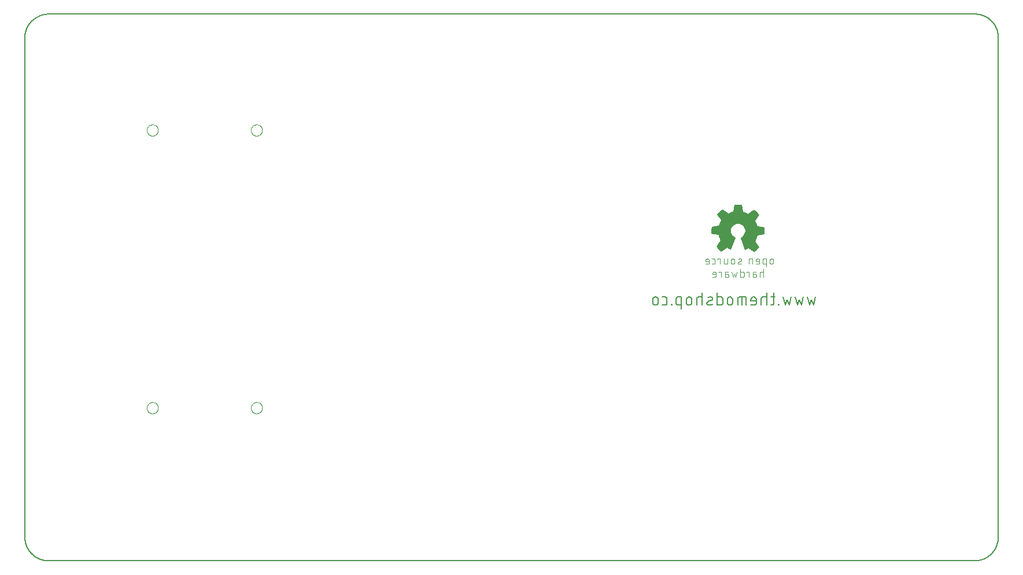
<source format=gbo>
G75*
%MOIN*%
%OFA0B0*%
%FSLAX25Y25*%
%IPPOS*%
%LPD*%
%AMOC8*
5,1,8,0,0,1.08239X$1,22.5*
%
%ADD10C,0.00600*%
%ADD11C,0.00000*%
%ADD12C,0.00200*%
%ADD13C,0.00400*%
D10*
X0021119Y0007483D02*
X0279165Y0007512D01*
X0555044Y0007512D01*
X0555371Y0007516D01*
X0555697Y0007528D01*
X0556023Y0007548D01*
X0556349Y0007575D01*
X0556674Y0007611D01*
X0556997Y0007654D01*
X0557320Y0007705D01*
X0557642Y0007764D01*
X0557961Y0007831D01*
X0558280Y0007905D01*
X0558596Y0007987D01*
X0558910Y0008077D01*
X0559222Y0008174D01*
X0559531Y0008278D01*
X0559838Y0008391D01*
X0560142Y0008510D01*
X0560443Y0008637D01*
X0560741Y0008771D01*
X0561036Y0008912D01*
X0561327Y0009061D01*
X0561614Y0009216D01*
X0561898Y0009378D01*
X0562178Y0009547D01*
X0562453Y0009723D01*
X0562724Y0009905D01*
X0562991Y0010094D01*
X0563253Y0010289D01*
X0563510Y0010491D01*
X0563762Y0010698D01*
X0564009Y0010912D01*
X0564251Y0011132D01*
X0564488Y0011357D01*
X0564719Y0011588D01*
X0564944Y0011825D01*
X0565164Y0012067D01*
X0565378Y0012314D01*
X0565585Y0012566D01*
X0565787Y0012823D01*
X0565982Y0013085D01*
X0566171Y0013352D01*
X0566353Y0013623D01*
X0566529Y0013898D01*
X0566698Y0014178D01*
X0566860Y0014462D01*
X0567015Y0014749D01*
X0567164Y0015040D01*
X0567305Y0015335D01*
X0567439Y0015633D01*
X0567566Y0015934D01*
X0567685Y0016238D01*
X0567798Y0016545D01*
X0567902Y0016854D01*
X0567999Y0017166D01*
X0568089Y0017480D01*
X0568171Y0017796D01*
X0568245Y0018115D01*
X0568312Y0018434D01*
X0568371Y0018756D01*
X0568422Y0019079D01*
X0568465Y0019402D01*
X0568501Y0019727D01*
X0568528Y0020053D01*
X0568548Y0020379D01*
X0568560Y0020705D01*
X0568564Y0021032D01*
X0568564Y0309091D01*
X0568565Y0309091D02*
X0568561Y0309415D01*
X0568549Y0309739D01*
X0568530Y0310063D01*
X0568502Y0310386D01*
X0568467Y0310708D01*
X0568424Y0311029D01*
X0568374Y0311349D01*
X0568315Y0311668D01*
X0568249Y0311986D01*
X0568175Y0312301D01*
X0568094Y0312615D01*
X0568005Y0312927D01*
X0567908Y0313236D01*
X0567805Y0313543D01*
X0567693Y0313848D01*
X0567575Y0314149D01*
X0567449Y0314448D01*
X0567316Y0314744D01*
X0567176Y0315036D01*
X0567029Y0315325D01*
X0566874Y0315610D01*
X0566713Y0315891D01*
X0566546Y0316169D01*
X0566371Y0316442D01*
X0566191Y0316711D01*
X0566003Y0316976D01*
X0565809Y0317235D01*
X0565610Y0317491D01*
X0565404Y0317741D01*
X0565192Y0317986D01*
X0564974Y0318226D01*
X0564750Y0318461D01*
X0564521Y0318690D01*
X0564286Y0318914D01*
X0564046Y0319132D01*
X0563801Y0319344D01*
X0563551Y0319550D01*
X0563295Y0319749D01*
X0563036Y0319943D01*
X0562771Y0320131D01*
X0562502Y0320311D01*
X0562229Y0320486D01*
X0561951Y0320653D01*
X0561670Y0320814D01*
X0561385Y0320969D01*
X0561096Y0321116D01*
X0560804Y0321256D01*
X0560508Y0321389D01*
X0560209Y0321515D01*
X0559908Y0321633D01*
X0559603Y0321745D01*
X0559296Y0321848D01*
X0558987Y0321945D01*
X0558675Y0322034D01*
X0558361Y0322115D01*
X0558046Y0322189D01*
X0557728Y0322255D01*
X0557409Y0322314D01*
X0557089Y0322364D01*
X0556768Y0322407D01*
X0556446Y0322442D01*
X0556123Y0322470D01*
X0555799Y0322489D01*
X0555475Y0322501D01*
X0555151Y0322505D01*
X0021123Y0322505D01*
X0020794Y0322501D01*
X0020465Y0322489D01*
X0020137Y0322469D01*
X0019809Y0322441D01*
X0019482Y0322406D01*
X0019156Y0322362D01*
X0018831Y0322311D01*
X0018508Y0322251D01*
X0018186Y0322184D01*
X0017865Y0322109D01*
X0017547Y0322027D01*
X0017231Y0321937D01*
X0016917Y0321839D01*
X0016605Y0321733D01*
X0016296Y0321620D01*
X0015990Y0321500D01*
X0015687Y0321372D01*
X0015387Y0321237D01*
X0015090Y0321095D01*
X0014797Y0320946D01*
X0014508Y0320789D01*
X0014222Y0320626D01*
X0013941Y0320456D01*
X0013663Y0320279D01*
X0013391Y0320095D01*
X0013122Y0319905D01*
X0012858Y0319709D01*
X0012599Y0319506D01*
X0012345Y0319297D01*
X0012097Y0319082D01*
X0011853Y0318861D01*
X0011615Y0318634D01*
X0011382Y0318401D01*
X0011155Y0318163D01*
X0010934Y0317919D01*
X0010719Y0317671D01*
X0010510Y0317417D01*
X0010307Y0317158D01*
X0010111Y0316894D01*
X0009921Y0316625D01*
X0009737Y0316353D01*
X0009560Y0316075D01*
X0009390Y0315794D01*
X0009227Y0315508D01*
X0009070Y0315219D01*
X0008921Y0314926D01*
X0008779Y0314629D01*
X0008644Y0314329D01*
X0008516Y0314026D01*
X0008396Y0313720D01*
X0008283Y0313411D01*
X0008177Y0313099D01*
X0008079Y0312785D01*
X0007989Y0312469D01*
X0007907Y0312151D01*
X0007832Y0311830D01*
X0007765Y0311508D01*
X0007705Y0311185D01*
X0007654Y0310860D01*
X0007610Y0310534D01*
X0007575Y0310207D01*
X0007547Y0309879D01*
X0007527Y0309551D01*
X0007515Y0309222D01*
X0007511Y0308893D01*
X0007512Y0308893D02*
X0007512Y0021090D01*
X0007516Y0020761D01*
X0007528Y0020433D01*
X0007548Y0020104D01*
X0007576Y0019777D01*
X0007611Y0019450D01*
X0007655Y0019124D01*
X0007706Y0018799D01*
X0007765Y0018476D01*
X0007833Y0018154D01*
X0007907Y0017834D01*
X0007990Y0017515D01*
X0008080Y0017199D01*
X0008178Y0016885D01*
X0008283Y0016574D01*
X0008396Y0016265D01*
X0008517Y0015959D01*
X0008644Y0015656D01*
X0008779Y0015356D01*
X0008921Y0015059D01*
X0009071Y0014767D01*
X0009227Y0014477D01*
X0009390Y0014192D01*
X0009560Y0013910D01*
X0009737Y0013633D01*
X0009921Y0013360D01*
X0010111Y0013092D01*
X0010307Y0012828D01*
X0010510Y0012569D01*
X0010719Y0012316D01*
X0010934Y0012067D01*
X0011155Y0011823D01*
X0011382Y0011585D01*
X0011614Y0011353D01*
X0011852Y0011126D01*
X0012096Y0010905D01*
X0012345Y0010690D01*
X0012598Y0010481D01*
X0012857Y0010278D01*
X0013121Y0010082D01*
X0013389Y0009892D01*
X0013662Y0009708D01*
X0013939Y0009531D01*
X0014221Y0009361D01*
X0014506Y0009198D01*
X0014796Y0009042D01*
X0015088Y0008892D01*
X0015385Y0008750D01*
X0015685Y0008615D01*
X0015988Y0008488D01*
X0016294Y0008367D01*
X0016603Y0008254D01*
X0016914Y0008149D01*
X0017228Y0008051D01*
X0017544Y0007961D01*
X0017863Y0007878D01*
X0018183Y0007804D01*
X0018505Y0007736D01*
X0018828Y0007677D01*
X0019153Y0007626D01*
X0019479Y0007582D01*
X0019806Y0007547D01*
X0020133Y0007519D01*
X0020462Y0007499D01*
X0020790Y0007487D01*
X0021119Y0007483D01*
X0369470Y0156433D02*
X0369470Y0157989D01*
X0369469Y0157989D02*
X0369471Y0158067D01*
X0369477Y0158144D01*
X0369486Y0158221D01*
X0369500Y0158297D01*
X0369517Y0158373D01*
X0369538Y0158448D01*
X0369563Y0158521D01*
X0369591Y0158593D01*
X0369623Y0158664D01*
X0369658Y0158733D01*
X0369697Y0158800D01*
X0369739Y0158866D01*
X0369785Y0158929D01*
X0369833Y0158989D01*
X0369884Y0159047D01*
X0369939Y0159103D01*
X0369995Y0159156D01*
X0370055Y0159206D01*
X0370117Y0159252D01*
X0370181Y0159296D01*
X0370247Y0159337D01*
X0370315Y0159374D01*
X0370385Y0159407D01*
X0370457Y0159437D01*
X0370529Y0159464D01*
X0370604Y0159487D01*
X0370679Y0159506D01*
X0370755Y0159521D01*
X0370832Y0159533D01*
X0370909Y0159541D01*
X0370986Y0159545D01*
X0371064Y0159545D01*
X0371141Y0159541D01*
X0371218Y0159533D01*
X0371295Y0159521D01*
X0371371Y0159506D01*
X0371446Y0159487D01*
X0371521Y0159464D01*
X0371593Y0159437D01*
X0371665Y0159407D01*
X0371735Y0159374D01*
X0371803Y0159337D01*
X0371869Y0159296D01*
X0371933Y0159252D01*
X0371995Y0159206D01*
X0372055Y0159156D01*
X0372111Y0159103D01*
X0372166Y0159047D01*
X0372217Y0158989D01*
X0372265Y0158929D01*
X0372311Y0158866D01*
X0372353Y0158800D01*
X0372392Y0158733D01*
X0372427Y0158664D01*
X0372459Y0158593D01*
X0372487Y0158521D01*
X0372512Y0158448D01*
X0372533Y0158373D01*
X0372550Y0158297D01*
X0372564Y0158221D01*
X0372573Y0158144D01*
X0372579Y0158067D01*
X0372581Y0157989D01*
X0372581Y0156433D01*
X0372579Y0156355D01*
X0372573Y0156278D01*
X0372564Y0156201D01*
X0372550Y0156125D01*
X0372533Y0156049D01*
X0372512Y0155974D01*
X0372487Y0155901D01*
X0372459Y0155829D01*
X0372427Y0155758D01*
X0372392Y0155689D01*
X0372353Y0155622D01*
X0372311Y0155556D01*
X0372265Y0155493D01*
X0372217Y0155433D01*
X0372166Y0155375D01*
X0372111Y0155319D01*
X0372055Y0155266D01*
X0371995Y0155216D01*
X0371933Y0155170D01*
X0371869Y0155126D01*
X0371803Y0155085D01*
X0371735Y0155048D01*
X0371665Y0155015D01*
X0371593Y0154985D01*
X0371521Y0154958D01*
X0371446Y0154935D01*
X0371371Y0154916D01*
X0371295Y0154901D01*
X0371218Y0154889D01*
X0371141Y0154881D01*
X0371064Y0154877D01*
X0370986Y0154877D01*
X0370909Y0154881D01*
X0370832Y0154889D01*
X0370755Y0154901D01*
X0370679Y0154916D01*
X0370604Y0154935D01*
X0370529Y0154958D01*
X0370457Y0154985D01*
X0370385Y0155015D01*
X0370315Y0155048D01*
X0370247Y0155085D01*
X0370181Y0155126D01*
X0370117Y0155170D01*
X0370055Y0155216D01*
X0369995Y0155266D01*
X0369939Y0155319D01*
X0369884Y0155375D01*
X0369833Y0155433D01*
X0369785Y0155493D01*
X0369739Y0155556D01*
X0369697Y0155622D01*
X0369658Y0155689D01*
X0369623Y0155758D01*
X0369591Y0155829D01*
X0369563Y0155901D01*
X0369538Y0155974D01*
X0369517Y0156049D01*
X0369500Y0156125D01*
X0369486Y0156201D01*
X0369477Y0156278D01*
X0369471Y0156355D01*
X0369469Y0156433D01*
X0374908Y0154878D02*
X0376463Y0154878D01*
X0376463Y0154877D02*
X0376528Y0154879D01*
X0376594Y0154884D01*
X0376658Y0154893D01*
X0376723Y0154906D01*
X0376786Y0154923D01*
X0376848Y0154942D01*
X0376910Y0154966D01*
X0376969Y0154993D01*
X0377027Y0155023D01*
X0377084Y0155056D01*
X0377138Y0155092D01*
X0377191Y0155132D01*
X0377241Y0155174D01*
X0377288Y0155219D01*
X0377333Y0155266D01*
X0377375Y0155316D01*
X0377415Y0155369D01*
X0377451Y0155423D01*
X0377484Y0155480D01*
X0377514Y0155538D01*
X0377541Y0155597D01*
X0377565Y0155659D01*
X0377584Y0155721D01*
X0377601Y0155784D01*
X0377614Y0155849D01*
X0377623Y0155913D01*
X0377628Y0155979D01*
X0377630Y0156044D01*
X0377630Y0158378D01*
X0377628Y0158443D01*
X0377623Y0158509D01*
X0377614Y0158573D01*
X0377601Y0158638D01*
X0377584Y0158701D01*
X0377565Y0158763D01*
X0377541Y0158825D01*
X0377514Y0158884D01*
X0377484Y0158942D01*
X0377451Y0158999D01*
X0377415Y0159053D01*
X0377375Y0159106D01*
X0377333Y0159156D01*
X0377288Y0159203D01*
X0377241Y0159248D01*
X0377191Y0159290D01*
X0377138Y0159330D01*
X0377084Y0159366D01*
X0377027Y0159399D01*
X0376969Y0159429D01*
X0376910Y0159456D01*
X0376848Y0159480D01*
X0376786Y0159499D01*
X0376723Y0159516D01*
X0376658Y0159529D01*
X0376594Y0159538D01*
X0376528Y0159543D01*
X0376463Y0159545D01*
X0376463Y0159544D02*
X0374908Y0159544D01*
X0382852Y0158378D02*
X0382852Y0156044D01*
X0382851Y0156044D02*
X0382853Y0155979D01*
X0382858Y0155913D01*
X0382867Y0155849D01*
X0382880Y0155784D01*
X0382897Y0155721D01*
X0382916Y0155659D01*
X0382940Y0155597D01*
X0382967Y0155538D01*
X0382997Y0155479D01*
X0383030Y0155423D01*
X0383066Y0155369D01*
X0383106Y0155316D01*
X0383148Y0155266D01*
X0383193Y0155219D01*
X0383240Y0155174D01*
X0383290Y0155132D01*
X0383343Y0155092D01*
X0383397Y0155056D01*
X0383454Y0155023D01*
X0383512Y0154993D01*
X0383571Y0154966D01*
X0383633Y0154942D01*
X0383695Y0154923D01*
X0383758Y0154906D01*
X0383823Y0154893D01*
X0383887Y0154884D01*
X0383953Y0154879D01*
X0384018Y0154877D01*
X0384019Y0154878D02*
X0385963Y0154878D01*
X0385963Y0152544D02*
X0385963Y0159544D01*
X0384019Y0159544D01*
X0384019Y0159545D02*
X0383951Y0159543D01*
X0383884Y0159537D01*
X0383816Y0159527D01*
X0383750Y0159514D01*
X0383684Y0159496D01*
X0383620Y0159475D01*
X0383557Y0159450D01*
X0383495Y0159421D01*
X0383436Y0159389D01*
X0383378Y0159353D01*
X0383322Y0159314D01*
X0383269Y0159272D01*
X0383218Y0159227D01*
X0383170Y0159179D01*
X0383125Y0159128D01*
X0383083Y0159075D01*
X0383044Y0159019D01*
X0383008Y0158962D01*
X0382976Y0158902D01*
X0382947Y0158840D01*
X0382922Y0158777D01*
X0382901Y0158713D01*
X0382883Y0158647D01*
X0382870Y0158581D01*
X0382860Y0158514D01*
X0382854Y0158446D01*
X0382852Y0158378D01*
X0380452Y0155266D02*
X0380063Y0155266D01*
X0380063Y0154878D01*
X0380452Y0154878D01*
X0380452Y0155266D01*
X0388814Y0156433D02*
X0388814Y0157989D01*
X0388816Y0158067D01*
X0388822Y0158144D01*
X0388831Y0158221D01*
X0388845Y0158297D01*
X0388862Y0158373D01*
X0388883Y0158448D01*
X0388908Y0158521D01*
X0388936Y0158593D01*
X0388968Y0158664D01*
X0389003Y0158733D01*
X0389042Y0158800D01*
X0389084Y0158866D01*
X0389130Y0158929D01*
X0389178Y0158989D01*
X0389229Y0159047D01*
X0389284Y0159103D01*
X0389340Y0159156D01*
X0389400Y0159206D01*
X0389462Y0159252D01*
X0389526Y0159296D01*
X0389592Y0159337D01*
X0389660Y0159374D01*
X0389730Y0159407D01*
X0389802Y0159437D01*
X0389874Y0159464D01*
X0389949Y0159487D01*
X0390024Y0159506D01*
X0390100Y0159521D01*
X0390177Y0159533D01*
X0390254Y0159541D01*
X0390331Y0159545D01*
X0390409Y0159545D01*
X0390486Y0159541D01*
X0390563Y0159533D01*
X0390640Y0159521D01*
X0390716Y0159506D01*
X0390791Y0159487D01*
X0390866Y0159464D01*
X0390938Y0159437D01*
X0391010Y0159407D01*
X0391080Y0159374D01*
X0391148Y0159337D01*
X0391214Y0159296D01*
X0391278Y0159252D01*
X0391340Y0159206D01*
X0391400Y0159156D01*
X0391456Y0159103D01*
X0391511Y0159047D01*
X0391562Y0158989D01*
X0391610Y0158929D01*
X0391656Y0158866D01*
X0391698Y0158800D01*
X0391737Y0158733D01*
X0391772Y0158664D01*
X0391804Y0158593D01*
X0391832Y0158521D01*
X0391857Y0158448D01*
X0391878Y0158373D01*
X0391895Y0158297D01*
X0391909Y0158221D01*
X0391918Y0158144D01*
X0391924Y0158067D01*
X0391926Y0157989D01*
X0391925Y0157989D02*
X0391925Y0156433D01*
X0391926Y0156433D02*
X0391924Y0156355D01*
X0391918Y0156278D01*
X0391909Y0156201D01*
X0391895Y0156125D01*
X0391878Y0156049D01*
X0391857Y0155974D01*
X0391832Y0155901D01*
X0391804Y0155829D01*
X0391772Y0155758D01*
X0391737Y0155689D01*
X0391698Y0155622D01*
X0391656Y0155556D01*
X0391610Y0155493D01*
X0391562Y0155433D01*
X0391511Y0155375D01*
X0391456Y0155319D01*
X0391400Y0155266D01*
X0391340Y0155216D01*
X0391278Y0155170D01*
X0391214Y0155126D01*
X0391148Y0155085D01*
X0391080Y0155048D01*
X0391010Y0155015D01*
X0390938Y0154985D01*
X0390866Y0154958D01*
X0390791Y0154935D01*
X0390716Y0154916D01*
X0390640Y0154901D01*
X0390563Y0154889D01*
X0390486Y0154881D01*
X0390409Y0154877D01*
X0390331Y0154877D01*
X0390254Y0154881D01*
X0390177Y0154889D01*
X0390100Y0154901D01*
X0390024Y0154916D01*
X0389949Y0154935D01*
X0389874Y0154958D01*
X0389802Y0154985D01*
X0389730Y0155015D01*
X0389660Y0155048D01*
X0389592Y0155085D01*
X0389526Y0155126D01*
X0389462Y0155170D01*
X0389400Y0155216D01*
X0389340Y0155266D01*
X0389284Y0155319D01*
X0389229Y0155375D01*
X0389178Y0155433D01*
X0389130Y0155493D01*
X0389084Y0155556D01*
X0389042Y0155622D01*
X0389003Y0155689D01*
X0388968Y0155758D01*
X0388936Y0155829D01*
X0388908Y0155901D01*
X0388883Y0155974D01*
X0388862Y0156049D01*
X0388845Y0156125D01*
X0388831Y0156201D01*
X0388822Y0156278D01*
X0388816Y0156355D01*
X0388814Y0156433D01*
X0394749Y0154878D02*
X0394749Y0158378D01*
X0394751Y0158446D01*
X0394757Y0158514D01*
X0394767Y0158581D01*
X0394780Y0158647D01*
X0394798Y0158713D01*
X0394819Y0158777D01*
X0394844Y0158840D01*
X0394873Y0158902D01*
X0394905Y0158962D01*
X0394941Y0159019D01*
X0394980Y0159075D01*
X0395022Y0159128D01*
X0395067Y0159179D01*
X0395115Y0159227D01*
X0395166Y0159272D01*
X0395219Y0159314D01*
X0395275Y0159353D01*
X0395333Y0159389D01*
X0395392Y0159421D01*
X0395454Y0159450D01*
X0395517Y0159475D01*
X0395581Y0159496D01*
X0395647Y0159514D01*
X0395713Y0159527D01*
X0395781Y0159537D01*
X0395848Y0159543D01*
X0395916Y0159545D01*
X0395916Y0159544D02*
X0397860Y0159544D01*
X0397860Y0161878D02*
X0397860Y0154878D01*
X0401656Y0154878D02*
X0401594Y0154879D01*
X0401532Y0154884D01*
X0401471Y0154893D01*
X0401410Y0154905D01*
X0401350Y0154921D01*
X0401291Y0154941D01*
X0401233Y0154965D01*
X0401177Y0154991D01*
X0401123Y0155022D01*
X0401071Y0155055D01*
X0401021Y0155092D01*
X0400973Y0155132D01*
X0400928Y0155175D01*
X0400885Y0155220D01*
X0400846Y0155268D01*
X0400809Y0155318D01*
X0400776Y0155371D01*
X0400746Y0155425D01*
X0400719Y0155481D01*
X0400696Y0155539D01*
X0400676Y0155598D01*
X0400660Y0155658D01*
X0400648Y0155719D01*
X0400640Y0155780D01*
X0400635Y0155842D01*
X0400634Y0155905D01*
X0400637Y0155967D01*
X0400644Y0156028D01*
X0400655Y0156090D01*
X0400669Y0156150D01*
X0400687Y0156210D01*
X0400709Y0156268D01*
X0400734Y0156325D01*
X0400763Y0156380D01*
X0400795Y0156433D01*
X0400831Y0156484D01*
X0400869Y0156533D01*
X0400910Y0156579D01*
X0400954Y0156623D01*
X0401001Y0156664D01*
X0401050Y0156702D01*
X0401102Y0156737D01*
X0401155Y0156769D01*
X0401211Y0156797D01*
X0401268Y0156822D01*
X0403212Y0157600D01*
X0403269Y0157625D01*
X0403325Y0157653D01*
X0403378Y0157685D01*
X0403430Y0157720D01*
X0403479Y0157758D01*
X0403526Y0157799D01*
X0403570Y0157843D01*
X0403611Y0157889D01*
X0403649Y0157938D01*
X0403685Y0157989D01*
X0403717Y0158042D01*
X0403746Y0158097D01*
X0403771Y0158154D01*
X0403793Y0158212D01*
X0403811Y0158272D01*
X0403825Y0158332D01*
X0403836Y0158394D01*
X0403843Y0158455D01*
X0403846Y0158517D01*
X0403845Y0158580D01*
X0403840Y0158642D01*
X0403832Y0158703D01*
X0403820Y0158764D01*
X0403804Y0158824D01*
X0403784Y0158883D01*
X0403761Y0158941D01*
X0403734Y0158997D01*
X0403704Y0159051D01*
X0403671Y0159104D01*
X0403634Y0159154D01*
X0403595Y0159202D01*
X0403552Y0159247D01*
X0403507Y0159290D01*
X0403459Y0159330D01*
X0403409Y0159367D01*
X0403357Y0159400D01*
X0403303Y0159431D01*
X0403247Y0159457D01*
X0403189Y0159481D01*
X0403130Y0159501D01*
X0403070Y0159517D01*
X0403009Y0159529D01*
X0402948Y0159538D01*
X0402886Y0159543D01*
X0402824Y0159544D01*
X0403795Y0155266D02*
X0403648Y0155215D01*
X0403499Y0155167D01*
X0403350Y0155123D01*
X0403199Y0155082D01*
X0403047Y0155045D01*
X0402895Y0155012D01*
X0402742Y0154982D01*
X0402588Y0154956D01*
X0402434Y0154934D01*
X0402279Y0154915D01*
X0402124Y0154900D01*
X0401968Y0154889D01*
X0401812Y0154881D01*
X0401656Y0154877D01*
X0401073Y0159155D02*
X0401191Y0159206D01*
X0401311Y0159254D01*
X0401432Y0159298D01*
X0401555Y0159339D01*
X0401678Y0159376D01*
X0401803Y0159409D01*
X0401928Y0159439D01*
X0402054Y0159465D01*
X0402181Y0159487D01*
X0402309Y0159506D01*
X0402437Y0159521D01*
X0402565Y0159532D01*
X0402694Y0159540D01*
X0402823Y0159544D01*
X0406646Y0159544D02*
X0408591Y0159544D01*
X0408591Y0159545D02*
X0408656Y0159543D01*
X0408722Y0159538D01*
X0408786Y0159529D01*
X0408851Y0159516D01*
X0408914Y0159499D01*
X0408976Y0159480D01*
X0409038Y0159456D01*
X0409097Y0159429D01*
X0409155Y0159399D01*
X0409212Y0159366D01*
X0409266Y0159330D01*
X0409319Y0159290D01*
X0409369Y0159248D01*
X0409416Y0159203D01*
X0409461Y0159156D01*
X0409503Y0159106D01*
X0409543Y0159053D01*
X0409579Y0158999D01*
X0409612Y0158942D01*
X0409642Y0158884D01*
X0409669Y0158825D01*
X0409693Y0158763D01*
X0409712Y0158701D01*
X0409729Y0158638D01*
X0409742Y0158573D01*
X0409751Y0158509D01*
X0409756Y0158443D01*
X0409758Y0158378D01*
X0409758Y0156044D01*
X0409756Y0155979D01*
X0409751Y0155913D01*
X0409742Y0155849D01*
X0409729Y0155784D01*
X0409712Y0155721D01*
X0409693Y0155659D01*
X0409669Y0155597D01*
X0409642Y0155538D01*
X0409612Y0155480D01*
X0409579Y0155423D01*
X0409543Y0155369D01*
X0409503Y0155316D01*
X0409461Y0155266D01*
X0409416Y0155219D01*
X0409369Y0155174D01*
X0409319Y0155132D01*
X0409266Y0155092D01*
X0409212Y0155056D01*
X0409155Y0155023D01*
X0409097Y0154993D01*
X0409038Y0154966D01*
X0408976Y0154942D01*
X0408914Y0154923D01*
X0408851Y0154906D01*
X0408786Y0154893D01*
X0408722Y0154884D01*
X0408656Y0154879D01*
X0408591Y0154877D01*
X0408591Y0154878D02*
X0406646Y0154878D01*
X0406646Y0161878D01*
X0412335Y0157989D02*
X0412335Y0156433D01*
X0412334Y0156433D02*
X0412336Y0156355D01*
X0412342Y0156278D01*
X0412351Y0156201D01*
X0412365Y0156125D01*
X0412382Y0156049D01*
X0412403Y0155974D01*
X0412428Y0155901D01*
X0412456Y0155829D01*
X0412488Y0155758D01*
X0412523Y0155689D01*
X0412562Y0155622D01*
X0412604Y0155556D01*
X0412650Y0155493D01*
X0412698Y0155433D01*
X0412749Y0155375D01*
X0412804Y0155319D01*
X0412860Y0155266D01*
X0412920Y0155216D01*
X0412982Y0155170D01*
X0413046Y0155126D01*
X0413112Y0155085D01*
X0413180Y0155048D01*
X0413250Y0155015D01*
X0413322Y0154985D01*
X0413394Y0154958D01*
X0413469Y0154935D01*
X0413544Y0154916D01*
X0413620Y0154901D01*
X0413697Y0154889D01*
X0413774Y0154881D01*
X0413851Y0154877D01*
X0413929Y0154877D01*
X0414006Y0154881D01*
X0414083Y0154889D01*
X0414160Y0154901D01*
X0414236Y0154916D01*
X0414311Y0154935D01*
X0414386Y0154958D01*
X0414458Y0154985D01*
X0414530Y0155015D01*
X0414600Y0155048D01*
X0414668Y0155085D01*
X0414734Y0155126D01*
X0414798Y0155170D01*
X0414860Y0155216D01*
X0414920Y0155266D01*
X0414976Y0155319D01*
X0415031Y0155375D01*
X0415082Y0155433D01*
X0415130Y0155493D01*
X0415176Y0155556D01*
X0415218Y0155622D01*
X0415257Y0155689D01*
X0415292Y0155758D01*
X0415324Y0155829D01*
X0415352Y0155901D01*
X0415377Y0155974D01*
X0415398Y0156049D01*
X0415415Y0156125D01*
X0415429Y0156201D01*
X0415438Y0156278D01*
X0415444Y0156355D01*
X0415446Y0156433D01*
X0415446Y0157989D01*
X0415444Y0158067D01*
X0415438Y0158144D01*
X0415429Y0158221D01*
X0415415Y0158297D01*
X0415398Y0158373D01*
X0415377Y0158448D01*
X0415352Y0158521D01*
X0415324Y0158593D01*
X0415292Y0158664D01*
X0415257Y0158733D01*
X0415218Y0158800D01*
X0415176Y0158866D01*
X0415130Y0158929D01*
X0415082Y0158989D01*
X0415031Y0159047D01*
X0414976Y0159103D01*
X0414920Y0159156D01*
X0414860Y0159206D01*
X0414798Y0159252D01*
X0414734Y0159296D01*
X0414668Y0159337D01*
X0414600Y0159374D01*
X0414530Y0159407D01*
X0414458Y0159437D01*
X0414386Y0159464D01*
X0414311Y0159487D01*
X0414236Y0159506D01*
X0414160Y0159521D01*
X0414083Y0159533D01*
X0414006Y0159541D01*
X0413929Y0159545D01*
X0413851Y0159545D01*
X0413774Y0159541D01*
X0413697Y0159533D01*
X0413620Y0159521D01*
X0413544Y0159506D01*
X0413469Y0159487D01*
X0413394Y0159464D01*
X0413322Y0159437D01*
X0413250Y0159407D01*
X0413180Y0159374D01*
X0413112Y0159337D01*
X0413046Y0159296D01*
X0412982Y0159252D01*
X0412920Y0159206D01*
X0412860Y0159156D01*
X0412804Y0159103D01*
X0412749Y0159047D01*
X0412698Y0158989D01*
X0412650Y0158929D01*
X0412604Y0158866D01*
X0412562Y0158800D01*
X0412523Y0158733D01*
X0412488Y0158664D01*
X0412456Y0158593D01*
X0412428Y0158521D01*
X0412403Y0158448D01*
X0412382Y0158373D01*
X0412365Y0158297D01*
X0412351Y0158221D01*
X0412342Y0158144D01*
X0412336Y0158067D01*
X0412334Y0157989D01*
X0418372Y0158378D02*
X0418372Y0154878D01*
X0420705Y0154878D02*
X0420705Y0159544D01*
X0419538Y0159544D02*
X0423038Y0159544D01*
X0423038Y0154878D01*
X0425964Y0154878D02*
X0427908Y0154878D01*
X0427908Y0154877D02*
X0427973Y0154879D01*
X0428039Y0154884D01*
X0428103Y0154893D01*
X0428168Y0154906D01*
X0428231Y0154923D01*
X0428293Y0154942D01*
X0428355Y0154966D01*
X0428414Y0154993D01*
X0428472Y0155023D01*
X0428529Y0155056D01*
X0428583Y0155092D01*
X0428636Y0155132D01*
X0428686Y0155174D01*
X0428733Y0155219D01*
X0428778Y0155266D01*
X0428820Y0155316D01*
X0428860Y0155369D01*
X0428896Y0155423D01*
X0428929Y0155480D01*
X0428959Y0155538D01*
X0428986Y0155597D01*
X0429010Y0155659D01*
X0429029Y0155721D01*
X0429046Y0155784D01*
X0429059Y0155849D01*
X0429068Y0155913D01*
X0429073Y0155979D01*
X0429075Y0156044D01*
X0429075Y0157989D01*
X0429075Y0157211D02*
X0425964Y0157211D01*
X0425964Y0157989D01*
X0425963Y0157989D02*
X0425965Y0158067D01*
X0425971Y0158144D01*
X0425980Y0158221D01*
X0425994Y0158297D01*
X0426011Y0158373D01*
X0426032Y0158448D01*
X0426057Y0158521D01*
X0426085Y0158593D01*
X0426117Y0158664D01*
X0426152Y0158733D01*
X0426191Y0158800D01*
X0426233Y0158866D01*
X0426279Y0158929D01*
X0426327Y0158989D01*
X0426378Y0159047D01*
X0426433Y0159103D01*
X0426489Y0159156D01*
X0426549Y0159206D01*
X0426611Y0159252D01*
X0426675Y0159296D01*
X0426741Y0159337D01*
X0426809Y0159374D01*
X0426879Y0159407D01*
X0426951Y0159437D01*
X0427023Y0159464D01*
X0427098Y0159487D01*
X0427173Y0159506D01*
X0427249Y0159521D01*
X0427326Y0159533D01*
X0427403Y0159541D01*
X0427480Y0159545D01*
X0427558Y0159545D01*
X0427635Y0159541D01*
X0427712Y0159533D01*
X0427789Y0159521D01*
X0427865Y0159506D01*
X0427940Y0159487D01*
X0428015Y0159464D01*
X0428087Y0159437D01*
X0428159Y0159407D01*
X0428229Y0159374D01*
X0428297Y0159337D01*
X0428363Y0159296D01*
X0428427Y0159252D01*
X0428489Y0159206D01*
X0428549Y0159156D01*
X0428605Y0159103D01*
X0428660Y0159047D01*
X0428711Y0158989D01*
X0428759Y0158929D01*
X0428805Y0158866D01*
X0428847Y0158800D01*
X0428886Y0158733D01*
X0428921Y0158664D01*
X0428953Y0158593D01*
X0428981Y0158521D01*
X0429006Y0158448D01*
X0429027Y0158373D01*
X0429044Y0158297D01*
X0429058Y0158221D01*
X0429067Y0158144D01*
X0429073Y0158067D01*
X0429075Y0157989D01*
X0431899Y0158378D02*
X0431899Y0154878D01*
X0435010Y0154878D02*
X0435010Y0161878D01*
X0435010Y0159544D02*
X0433066Y0159544D01*
X0433066Y0159545D02*
X0432998Y0159543D01*
X0432931Y0159537D01*
X0432863Y0159527D01*
X0432797Y0159514D01*
X0432731Y0159496D01*
X0432667Y0159475D01*
X0432604Y0159450D01*
X0432542Y0159421D01*
X0432483Y0159389D01*
X0432425Y0159353D01*
X0432369Y0159314D01*
X0432316Y0159272D01*
X0432265Y0159227D01*
X0432217Y0159179D01*
X0432172Y0159128D01*
X0432130Y0159075D01*
X0432091Y0159019D01*
X0432055Y0158962D01*
X0432023Y0158902D01*
X0431994Y0158840D01*
X0431969Y0158777D01*
X0431948Y0158713D01*
X0431930Y0158647D01*
X0431917Y0158581D01*
X0431907Y0158514D01*
X0431901Y0158446D01*
X0431899Y0158378D01*
X0437607Y0159544D02*
X0439940Y0159544D01*
X0439162Y0161878D02*
X0439162Y0156044D01*
X0439163Y0156044D02*
X0439161Y0155979D01*
X0439156Y0155913D01*
X0439147Y0155849D01*
X0439134Y0155784D01*
X0439117Y0155721D01*
X0439098Y0155659D01*
X0439074Y0155597D01*
X0439047Y0155538D01*
X0439017Y0155480D01*
X0438984Y0155423D01*
X0438948Y0155369D01*
X0438908Y0155316D01*
X0438866Y0155266D01*
X0438821Y0155219D01*
X0438774Y0155174D01*
X0438724Y0155132D01*
X0438671Y0155092D01*
X0438617Y0155056D01*
X0438560Y0155023D01*
X0438502Y0154993D01*
X0438443Y0154966D01*
X0438381Y0154942D01*
X0438319Y0154923D01*
X0438256Y0154906D01*
X0438191Y0154893D01*
X0438127Y0154884D01*
X0438061Y0154879D01*
X0437996Y0154877D01*
X0437996Y0154878D02*
X0437607Y0154878D01*
X0441833Y0154878D02*
X0442222Y0154878D01*
X0442222Y0155266D01*
X0441833Y0155266D01*
X0441833Y0154878D01*
X0445697Y0154878D02*
X0446864Y0157989D01*
X0448030Y0154878D01*
X0449197Y0159544D01*
X0451565Y0159544D02*
X0452731Y0154878D01*
X0453898Y0157989D01*
X0455065Y0154878D01*
X0456231Y0159544D01*
X0458599Y0159544D02*
X0459766Y0154878D01*
X0460932Y0157989D01*
X0462099Y0154878D01*
X0463266Y0159544D01*
X0445697Y0154878D02*
X0444530Y0159544D01*
X0419538Y0159545D02*
X0419473Y0159543D01*
X0419407Y0159538D01*
X0419343Y0159529D01*
X0419278Y0159516D01*
X0419215Y0159499D01*
X0419153Y0159480D01*
X0419091Y0159456D01*
X0419032Y0159429D01*
X0418974Y0159399D01*
X0418917Y0159366D01*
X0418863Y0159330D01*
X0418810Y0159290D01*
X0418760Y0159248D01*
X0418713Y0159203D01*
X0418668Y0159156D01*
X0418626Y0159106D01*
X0418586Y0159053D01*
X0418550Y0158999D01*
X0418517Y0158942D01*
X0418487Y0158884D01*
X0418460Y0158825D01*
X0418436Y0158763D01*
X0418417Y0158701D01*
X0418400Y0158638D01*
X0418387Y0158573D01*
X0418378Y0158509D01*
X0418373Y0158443D01*
X0418371Y0158378D01*
D11*
X0137797Y0095609D02*
X0137799Y0095722D01*
X0137805Y0095836D01*
X0137815Y0095949D01*
X0137829Y0096061D01*
X0137846Y0096173D01*
X0137868Y0096285D01*
X0137894Y0096395D01*
X0137923Y0096505D01*
X0137956Y0096613D01*
X0137993Y0096721D01*
X0138034Y0096826D01*
X0138078Y0096931D01*
X0138126Y0097034D01*
X0138177Y0097135D01*
X0138232Y0097234D01*
X0138291Y0097331D01*
X0138353Y0097426D01*
X0138418Y0097519D01*
X0138486Y0097610D01*
X0138557Y0097698D01*
X0138632Y0097784D01*
X0138709Y0097867D01*
X0138789Y0097947D01*
X0138872Y0098024D01*
X0138958Y0098099D01*
X0139046Y0098170D01*
X0139137Y0098238D01*
X0139230Y0098303D01*
X0139325Y0098365D01*
X0139422Y0098424D01*
X0139521Y0098479D01*
X0139622Y0098530D01*
X0139725Y0098578D01*
X0139830Y0098622D01*
X0139935Y0098663D01*
X0140043Y0098700D01*
X0140151Y0098733D01*
X0140261Y0098762D01*
X0140371Y0098788D01*
X0140483Y0098810D01*
X0140595Y0098827D01*
X0140707Y0098841D01*
X0140820Y0098851D01*
X0140934Y0098857D01*
X0141047Y0098859D01*
X0141160Y0098857D01*
X0141274Y0098851D01*
X0141387Y0098841D01*
X0141499Y0098827D01*
X0141611Y0098810D01*
X0141723Y0098788D01*
X0141833Y0098762D01*
X0141943Y0098733D01*
X0142051Y0098700D01*
X0142159Y0098663D01*
X0142264Y0098622D01*
X0142369Y0098578D01*
X0142472Y0098530D01*
X0142573Y0098479D01*
X0142672Y0098424D01*
X0142769Y0098365D01*
X0142864Y0098303D01*
X0142957Y0098238D01*
X0143048Y0098170D01*
X0143136Y0098099D01*
X0143222Y0098024D01*
X0143305Y0097947D01*
X0143385Y0097867D01*
X0143462Y0097784D01*
X0143537Y0097698D01*
X0143608Y0097610D01*
X0143676Y0097519D01*
X0143741Y0097426D01*
X0143803Y0097331D01*
X0143862Y0097234D01*
X0143917Y0097135D01*
X0143968Y0097034D01*
X0144016Y0096931D01*
X0144060Y0096826D01*
X0144101Y0096721D01*
X0144138Y0096613D01*
X0144171Y0096505D01*
X0144200Y0096395D01*
X0144226Y0096285D01*
X0144248Y0096173D01*
X0144265Y0096061D01*
X0144279Y0095949D01*
X0144289Y0095836D01*
X0144295Y0095722D01*
X0144297Y0095609D01*
X0144295Y0095496D01*
X0144289Y0095382D01*
X0144279Y0095269D01*
X0144265Y0095157D01*
X0144248Y0095045D01*
X0144226Y0094933D01*
X0144200Y0094823D01*
X0144171Y0094713D01*
X0144138Y0094605D01*
X0144101Y0094497D01*
X0144060Y0094392D01*
X0144016Y0094287D01*
X0143968Y0094184D01*
X0143917Y0094083D01*
X0143862Y0093984D01*
X0143803Y0093887D01*
X0143741Y0093792D01*
X0143676Y0093699D01*
X0143608Y0093608D01*
X0143537Y0093520D01*
X0143462Y0093434D01*
X0143385Y0093351D01*
X0143305Y0093271D01*
X0143222Y0093194D01*
X0143136Y0093119D01*
X0143048Y0093048D01*
X0142957Y0092980D01*
X0142864Y0092915D01*
X0142769Y0092853D01*
X0142672Y0092794D01*
X0142573Y0092739D01*
X0142472Y0092688D01*
X0142369Y0092640D01*
X0142264Y0092596D01*
X0142159Y0092555D01*
X0142051Y0092518D01*
X0141943Y0092485D01*
X0141833Y0092456D01*
X0141723Y0092430D01*
X0141611Y0092408D01*
X0141499Y0092391D01*
X0141387Y0092377D01*
X0141274Y0092367D01*
X0141160Y0092361D01*
X0141047Y0092359D01*
X0140934Y0092361D01*
X0140820Y0092367D01*
X0140707Y0092377D01*
X0140595Y0092391D01*
X0140483Y0092408D01*
X0140371Y0092430D01*
X0140261Y0092456D01*
X0140151Y0092485D01*
X0140043Y0092518D01*
X0139935Y0092555D01*
X0139830Y0092596D01*
X0139725Y0092640D01*
X0139622Y0092688D01*
X0139521Y0092739D01*
X0139422Y0092794D01*
X0139325Y0092853D01*
X0139230Y0092915D01*
X0139137Y0092980D01*
X0139046Y0093048D01*
X0138958Y0093119D01*
X0138872Y0093194D01*
X0138789Y0093271D01*
X0138709Y0093351D01*
X0138632Y0093434D01*
X0138557Y0093520D01*
X0138486Y0093608D01*
X0138418Y0093699D01*
X0138353Y0093792D01*
X0138291Y0093887D01*
X0138232Y0093984D01*
X0138177Y0094083D01*
X0138126Y0094184D01*
X0138078Y0094287D01*
X0138034Y0094392D01*
X0137993Y0094497D01*
X0137956Y0094605D01*
X0137923Y0094713D01*
X0137894Y0094823D01*
X0137868Y0094933D01*
X0137846Y0095045D01*
X0137829Y0095157D01*
X0137815Y0095269D01*
X0137805Y0095382D01*
X0137799Y0095496D01*
X0137797Y0095609D01*
X0077797Y0095609D02*
X0077799Y0095722D01*
X0077805Y0095836D01*
X0077815Y0095949D01*
X0077829Y0096061D01*
X0077846Y0096173D01*
X0077868Y0096285D01*
X0077894Y0096395D01*
X0077923Y0096505D01*
X0077956Y0096613D01*
X0077993Y0096721D01*
X0078034Y0096826D01*
X0078078Y0096931D01*
X0078126Y0097034D01*
X0078177Y0097135D01*
X0078232Y0097234D01*
X0078291Y0097331D01*
X0078353Y0097426D01*
X0078418Y0097519D01*
X0078486Y0097610D01*
X0078557Y0097698D01*
X0078632Y0097784D01*
X0078709Y0097867D01*
X0078789Y0097947D01*
X0078872Y0098024D01*
X0078958Y0098099D01*
X0079046Y0098170D01*
X0079137Y0098238D01*
X0079230Y0098303D01*
X0079325Y0098365D01*
X0079422Y0098424D01*
X0079521Y0098479D01*
X0079622Y0098530D01*
X0079725Y0098578D01*
X0079830Y0098622D01*
X0079935Y0098663D01*
X0080043Y0098700D01*
X0080151Y0098733D01*
X0080261Y0098762D01*
X0080371Y0098788D01*
X0080483Y0098810D01*
X0080595Y0098827D01*
X0080707Y0098841D01*
X0080820Y0098851D01*
X0080934Y0098857D01*
X0081047Y0098859D01*
X0081160Y0098857D01*
X0081274Y0098851D01*
X0081387Y0098841D01*
X0081499Y0098827D01*
X0081611Y0098810D01*
X0081723Y0098788D01*
X0081833Y0098762D01*
X0081943Y0098733D01*
X0082051Y0098700D01*
X0082159Y0098663D01*
X0082264Y0098622D01*
X0082369Y0098578D01*
X0082472Y0098530D01*
X0082573Y0098479D01*
X0082672Y0098424D01*
X0082769Y0098365D01*
X0082864Y0098303D01*
X0082957Y0098238D01*
X0083048Y0098170D01*
X0083136Y0098099D01*
X0083222Y0098024D01*
X0083305Y0097947D01*
X0083385Y0097867D01*
X0083462Y0097784D01*
X0083537Y0097698D01*
X0083608Y0097610D01*
X0083676Y0097519D01*
X0083741Y0097426D01*
X0083803Y0097331D01*
X0083862Y0097234D01*
X0083917Y0097135D01*
X0083968Y0097034D01*
X0084016Y0096931D01*
X0084060Y0096826D01*
X0084101Y0096721D01*
X0084138Y0096613D01*
X0084171Y0096505D01*
X0084200Y0096395D01*
X0084226Y0096285D01*
X0084248Y0096173D01*
X0084265Y0096061D01*
X0084279Y0095949D01*
X0084289Y0095836D01*
X0084295Y0095722D01*
X0084297Y0095609D01*
X0084295Y0095496D01*
X0084289Y0095382D01*
X0084279Y0095269D01*
X0084265Y0095157D01*
X0084248Y0095045D01*
X0084226Y0094933D01*
X0084200Y0094823D01*
X0084171Y0094713D01*
X0084138Y0094605D01*
X0084101Y0094497D01*
X0084060Y0094392D01*
X0084016Y0094287D01*
X0083968Y0094184D01*
X0083917Y0094083D01*
X0083862Y0093984D01*
X0083803Y0093887D01*
X0083741Y0093792D01*
X0083676Y0093699D01*
X0083608Y0093608D01*
X0083537Y0093520D01*
X0083462Y0093434D01*
X0083385Y0093351D01*
X0083305Y0093271D01*
X0083222Y0093194D01*
X0083136Y0093119D01*
X0083048Y0093048D01*
X0082957Y0092980D01*
X0082864Y0092915D01*
X0082769Y0092853D01*
X0082672Y0092794D01*
X0082573Y0092739D01*
X0082472Y0092688D01*
X0082369Y0092640D01*
X0082264Y0092596D01*
X0082159Y0092555D01*
X0082051Y0092518D01*
X0081943Y0092485D01*
X0081833Y0092456D01*
X0081723Y0092430D01*
X0081611Y0092408D01*
X0081499Y0092391D01*
X0081387Y0092377D01*
X0081274Y0092367D01*
X0081160Y0092361D01*
X0081047Y0092359D01*
X0080934Y0092361D01*
X0080820Y0092367D01*
X0080707Y0092377D01*
X0080595Y0092391D01*
X0080483Y0092408D01*
X0080371Y0092430D01*
X0080261Y0092456D01*
X0080151Y0092485D01*
X0080043Y0092518D01*
X0079935Y0092555D01*
X0079830Y0092596D01*
X0079725Y0092640D01*
X0079622Y0092688D01*
X0079521Y0092739D01*
X0079422Y0092794D01*
X0079325Y0092853D01*
X0079230Y0092915D01*
X0079137Y0092980D01*
X0079046Y0093048D01*
X0078958Y0093119D01*
X0078872Y0093194D01*
X0078789Y0093271D01*
X0078709Y0093351D01*
X0078632Y0093434D01*
X0078557Y0093520D01*
X0078486Y0093608D01*
X0078418Y0093699D01*
X0078353Y0093792D01*
X0078291Y0093887D01*
X0078232Y0093984D01*
X0078177Y0094083D01*
X0078126Y0094184D01*
X0078078Y0094287D01*
X0078034Y0094392D01*
X0077993Y0094497D01*
X0077956Y0094605D01*
X0077923Y0094713D01*
X0077894Y0094823D01*
X0077868Y0094933D01*
X0077846Y0095045D01*
X0077829Y0095157D01*
X0077815Y0095269D01*
X0077805Y0095382D01*
X0077799Y0095496D01*
X0077797Y0095609D01*
X0077797Y0255609D02*
X0077799Y0255722D01*
X0077805Y0255836D01*
X0077815Y0255949D01*
X0077829Y0256061D01*
X0077846Y0256173D01*
X0077868Y0256285D01*
X0077894Y0256395D01*
X0077923Y0256505D01*
X0077956Y0256613D01*
X0077993Y0256721D01*
X0078034Y0256826D01*
X0078078Y0256931D01*
X0078126Y0257034D01*
X0078177Y0257135D01*
X0078232Y0257234D01*
X0078291Y0257331D01*
X0078353Y0257426D01*
X0078418Y0257519D01*
X0078486Y0257610D01*
X0078557Y0257698D01*
X0078632Y0257784D01*
X0078709Y0257867D01*
X0078789Y0257947D01*
X0078872Y0258024D01*
X0078958Y0258099D01*
X0079046Y0258170D01*
X0079137Y0258238D01*
X0079230Y0258303D01*
X0079325Y0258365D01*
X0079422Y0258424D01*
X0079521Y0258479D01*
X0079622Y0258530D01*
X0079725Y0258578D01*
X0079830Y0258622D01*
X0079935Y0258663D01*
X0080043Y0258700D01*
X0080151Y0258733D01*
X0080261Y0258762D01*
X0080371Y0258788D01*
X0080483Y0258810D01*
X0080595Y0258827D01*
X0080707Y0258841D01*
X0080820Y0258851D01*
X0080934Y0258857D01*
X0081047Y0258859D01*
X0081160Y0258857D01*
X0081274Y0258851D01*
X0081387Y0258841D01*
X0081499Y0258827D01*
X0081611Y0258810D01*
X0081723Y0258788D01*
X0081833Y0258762D01*
X0081943Y0258733D01*
X0082051Y0258700D01*
X0082159Y0258663D01*
X0082264Y0258622D01*
X0082369Y0258578D01*
X0082472Y0258530D01*
X0082573Y0258479D01*
X0082672Y0258424D01*
X0082769Y0258365D01*
X0082864Y0258303D01*
X0082957Y0258238D01*
X0083048Y0258170D01*
X0083136Y0258099D01*
X0083222Y0258024D01*
X0083305Y0257947D01*
X0083385Y0257867D01*
X0083462Y0257784D01*
X0083537Y0257698D01*
X0083608Y0257610D01*
X0083676Y0257519D01*
X0083741Y0257426D01*
X0083803Y0257331D01*
X0083862Y0257234D01*
X0083917Y0257135D01*
X0083968Y0257034D01*
X0084016Y0256931D01*
X0084060Y0256826D01*
X0084101Y0256721D01*
X0084138Y0256613D01*
X0084171Y0256505D01*
X0084200Y0256395D01*
X0084226Y0256285D01*
X0084248Y0256173D01*
X0084265Y0256061D01*
X0084279Y0255949D01*
X0084289Y0255836D01*
X0084295Y0255722D01*
X0084297Y0255609D01*
X0084295Y0255496D01*
X0084289Y0255382D01*
X0084279Y0255269D01*
X0084265Y0255157D01*
X0084248Y0255045D01*
X0084226Y0254933D01*
X0084200Y0254823D01*
X0084171Y0254713D01*
X0084138Y0254605D01*
X0084101Y0254497D01*
X0084060Y0254392D01*
X0084016Y0254287D01*
X0083968Y0254184D01*
X0083917Y0254083D01*
X0083862Y0253984D01*
X0083803Y0253887D01*
X0083741Y0253792D01*
X0083676Y0253699D01*
X0083608Y0253608D01*
X0083537Y0253520D01*
X0083462Y0253434D01*
X0083385Y0253351D01*
X0083305Y0253271D01*
X0083222Y0253194D01*
X0083136Y0253119D01*
X0083048Y0253048D01*
X0082957Y0252980D01*
X0082864Y0252915D01*
X0082769Y0252853D01*
X0082672Y0252794D01*
X0082573Y0252739D01*
X0082472Y0252688D01*
X0082369Y0252640D01*
X0082264Y0252596D01*
X0082159Y0252555D01*
X0082051Y0252518D01*
X0081943Y0252485D01*
X0081833Y0252456D01*
X0081723Y0252430D01*
X0081611Y0252408D01*
X0081499Y0252391D01*
X0081387Y0252377D01*
X0081274Y0252367D01*
X0081160Y0252361D01*
X0081047Y0252359D01*
X0080934Y0252361D01*
X0080820Y0252367D01*
X0080707Y0252377D01*
X0080595Y0252391D01*
X0080483Y0252408D01*
X0080371Y0252430D01*
X0080261Y0252456D01*
X0080151Y0252485D01*
X0080043Y0252518D01*
X0079935Y0252555D01*
X0079830Y0252596D01*
X0079725Y0252640D01*
X0079622Y0252688D01*
X0079521Y0252739D01*
X0079422Y0252794D01*
X0079325Y0252853D01*
X0079230Y0252915D01*
X0079137Y0252980D01*
X0079046Y0253048D01*
X0078958Y0253119D01*
X0078872Y0253194D01*
X0078789Y0253271D01*
X0078709Y0253351D01*
X0078632Y0253434D01*
X0078557Y0253520D01*
X0078486Y0253608D01*
X0078418Y0253699D01*
X0078353Y0253792D01*
X0078291Y0253887D01*
X0078232Y0253984D01*
X0078177Y0254083D01*
X0078126Y0254184D01*
X0078078Y0254287D01*
X0078034Y0254392D01*
X0077993Y0254497D01*
X0077956Y0254605D01*
X0077923Y0254713D01*
X0077894Y0254823D01*
X0077868Y0254933D01*
X0077846Y0255045D01*
X0077829Y0255157D01*
X0077815Y0255269D01*
X0077805Y0255382D01*
X0077799Y0255496D01*
X0077797Y0255609D01*
X0137797Y0255609D02*
X0137799Y0255722D01*
X0137805Y0255836D01*
X0137815Y0255949D01*
X0137829Y0256061D01*
X0137846Y0256173D01*
X0137868Y0256285D01*
X0137894Y0256395D01*
X0137923Y0256505D01*
X0137956Y0256613D01*
X0137993Y0256721D01*
X0138034Y0256826D01*
X0138078Y0256931D01*
X0138126Y0257034D01*
X0138177Y0257135D01*
X0138232Y0257234D01*
X0138291Y0257331D01*
X0138353Y0257426D01*
X0138418Y0257519D01*
X0138486Y0257610D01*
X0138557Y0257698D01*
X0138632Y0257784D01*
X0138709Y0257867D01*
X0138789Y0257947D01*
X0138872Y0258024D01*
X0138958Y0258099D01*
X0139046Y0258170D01*
X0139137Y0258238D01*
X0139230Y0258303D01*
X0139325Y0258365D01*
X0139422Y0258424D01*
X0139521Y0258479D01*
X0139622Y0258530D01*
X0139725Y0258578D01*
X0139830Y0258622D01*
X0139935Y0258663D01*
X0140043Y0258700D01*
X0140151Y0258733D01*
X0140261Y0258762D01*
X0140371Y0258788D01*
X0140483Y0258810D01*
X0140595Y0258827D01*
X0140707Y0258841D01*
X0140820Y0258851D01*
X0140934Y0258857D01*
X0141047Y0258859D01*
X0141160Y0258857D01*
X0141274Y0258851D01*
X0141387Y0258841D01*
X0141499Y0258827D01*
X0141611Y0258810D01*
X0141723Y0258788D01*
X0141833Y0258762D01*
X0141943Y0258733D01*
X0142051Y0258700D01*
X0142159Y0258663D01*
X0142264Y0258622D01*
X0142369Y0258578D01*
X0142472Y0258530D01*
X0142573Y0258479D01*
X0142672Y0258424D01*
X0142769Y0258365D01*
X0142864Y0258303D01*
X0142957Y0258238D01*
X0143048Y0258170D01*
X0143136Y0258099D01*
X0143222Y0258024D01*
X0143305Y0257947D01*
X0143385Y0257867D01*
X0143462Y0257784D01*
X0143537Y0257698D01*
X0143608Y0257610D01*
X0143676Y0257519D01*
X0143741Y0257426D01*
X0143803Y0257331D01*
X0143862Y0257234D01*
X0143917Y0257135D01*
X0143968Y0257034D01*
X0144016Y0256931D01*
X0144060Y0256826D01*
X0144101Y0256721D01*
X0144138Y0256613D01*
X0144171Y0256505D01*
X0144200Y0256395D01*
X0144226Y0256285D01*
X0144248Y0256173D01*
X0144265Y0256061D01*
X0144279Y0255949D01*
X0144289Y0255836D01*
X0144295Y0255722D01*
X0144297Y0255609D01*
X0144295Y0255496D01*
X0144289Y0255382D01*
X0144279Y0255269D01*
X0144265Y0255157D01*
X0144248Y0255045D01*
X0144226Y0254933D01*
X0144200Y0254823D01*
X0144171Y0254713D01*
X0144138Y0254605D01*
X0144101Y0254497D01*
X0144060Y0254392D01*
X0144016Y0254287D01*
X0143968Y0254184D01*
X0143917Y0254083D01*
X0143862Y0253984D01*
X0143803Y0253887D01*
X0143741Y0253792D01*
X0143676Y0253699D01*
X0143608Y0253608D01*
X0143537Y0253520D01*
X0143462Y0253434D01*
X0143385Y0253351D01*
X0143305Y0253271D01*
X0143222Y0253194D01*
X0143136Y0253119D01*
X0143048Y0253048D01*
X0142957Y0252980D01*
X0142864Y0252915D01*
X0142769Y0252853D01*
X0142672Y0252794D01*
X0142573Y0252739D01*
X0142472Y0252688D01*
X0142369Y0252640D01*
X0142264Y0252596D01*
X0142159Y0252555D01*
X0142051Y0252518D01*
X0141943Y0252485D01*
X0141833Y0252456D01*
X0141723Y0252430D01*
X0141611Y0252408D01*
X0141499Y0252391D01*
X0141387Y0252377D01*
X0141274Y0252367D01*
X0141160Y0252361D01*
X0141047Y0252359D01*
X0140934Y0252361D01*
X0140820Y0252367D01*
X0140707Y0252377D01*
X0140595Y0252391D01*
X0140483Y0252408D01*
X0140371Y0252430D01*
X0140261Y0252456D01*
X0140151Y0252485D01*
X0140043Y0252518D01*
X0139935Y0252555D01*
X0139830Y0252596D01*
X0139725Y0252640D01*
X0139622Y0252688D01*
X0139521Y0252739D01*
X0139422Y0252794D01*
X0139325Y0252853D01*
X0139230Y0252915D01*
X0139137Y0252980D01*
X0139046Y0253048D01*
X0138958Y0253119D01*
X0138872Y0253194D01*
X0138789Y0253271D01*
X0138709Y0253351D01*
X0138632Y0253434D01*
X0138557Y0253520D01*
X0138486Y0253608D01*
X0138418Y0253699D01*
X0138353Y0253792D01*
X0138291Y0253887D01*
X0138232Y0253984D01*
X0138177Y0254083D01*
X0138126Y0254184D01*
X0138078Y0254287D01*
X0138034Y0254392D01*
X0137993Y0254497D01*
X0137956Y0254605D01*
X0137923Y0254713D01*
X0137894Y0254823D01*
X0137868Y0254933D01*
X0137846Y0255045D01*
X0137829Y0255157D01*
X0137815Y0255269D01*
X0137805Y0255382D01*
X0137799Y0255496D01*
X0137797Y0255609D01*
D12*
X0403435Y0199969D02*
X0407535Y0200669D01*
X0407935Y0201769D01*
X0408135Y0202369D01*
X0408535Y0203069D01*
X0409035Y0203869D01*
X0406535Y0207069D01*
X0407135Y0207769D01*
X0407835Y0208469D01*
X0408635Y0209169D01*
X0409435Y0209869D01*
X0412835Y0207469D01*
X0413735Y0207869D01*
X0414535Y0208269D01*
X0415235Y0208469D01*
X0415935Y0208669D01*
X0416535Y0212769D01*
X0420335Y0212769D01*
X0421135Y0208669D01*
X0422235Y0208369D01*
X0423035Y0207969D01*
X0424235Y0207369D01*
X0427635Y0209769D01*
X0428335Y0209169D01*
X0429035Y0208469D01*
X0429735Y0207769D01*
X0430335Y0207069D01*
X0428035Y0203669D01*
X0428535Y0202769D01*
X0428935Y0201869D01*
X0429235Y0201069D01*
X0429535Y0200269D01*
X0433535Y0199669D01*
X0433635Y0198469D01*
X0433635Y0195869D01*
X0429435Y0195169D01*
X0429235Y0194169D01*
X0428835Y0193169D01*
X0428435Y0192269D01*
X0428035Y0191469D01*
X0430435Y0188269D01*
X0429835Y0187569D01*
X0429135Y0186869D01*
X0428435Y0186169D01*
X0427835Y0185669D01*
X0424435Y0187969D01*
X0423735Y0187569D01*
X0423035Y0187269D01*
X0422435Y0186969D01*
X0420035Y0193769D01*
X0420739Y0194105D01*
X0421368Y0194566D01*
X0421900Y0195136D01*
X0422317Y0195795D01*
X0422605Y0196520D01*
X0422752Y0197286D01*
X0422755Y0198065D01*
X0422613Y0198832D01*
X0422331Y0199559D01*
X0421919Y0200221D01*
X0421391Y0200795D01*
X0420766Y0201261D01*
X0420065Y0201602D01*
X0419313Y0201807D01*
X0418535Y0201869D01*
X0417745Y0201844D01*
X0416973Y0201671D01*
X0416247Y0201356D01*
X0415594Y0200911D01*
X0415035Y0200351D01*
X0414591Y0199697D01*
X0414278Y0198971D01*
X0414106Y0198198D01*
X0414082Y0197408D01*
X0414207Y0196627D01*
X0414476Y0195883D01*
X0414880Y0195203D01*
X0415404Y0194611D01*
X0416030Y0194127D01*
X0416735Y0193769D01*
X0414135Y0187069D01*
X0413435Y0187469D01*
X0412735Y0187869D01*
X0412035Y0188269D01*
X0408735Y0185869D01*
X0408035Y0186569D01*
X0407435Y0187169D01*
X0406835Y0187869D01*
X0406235Y0188569D01*
X0408635Y0192169D01*
X0408135Y0192969D01*
X0407835Y0193869D01*
X0407535Y0194769D01*
X0407335Y0195469D01*
X0403335Y0196169D01*
X0403235Y0197269D01*
X0403235Y0198169D01*
X0403335Y0198969D01*
X0403435Y0199969D01*
X0403425Y0199869D02*
X0414708Y0199869D01*
X0414580Y0199671D02*
X0403406Y0199671D01*
X0403386Y0199472D02*
X0414494Y0199472D01*
X0414409Y0199274D02*
X0403366Y0199274D01*
X0403346Y0199075D02*
X0414323Y0199075D01*
X0414257Y0198877D02*
X0403324Y0198877D01*
X0403299Y0198678D02*
X0414213Y0198678D01*
X0414169Y0198480D02*
X0403274Y0198480D01*
X0403249Y0198281D02*
X0414125Y0198281D01*
X0414103Y0198083D02*
X0403235Y0198083D01*
X0403235Y0197884D02*
X0414097Y0197884D01*
X0414091Y0197686D02*
X0403235Y0197686D01*
X0403235Y0197487D02*
X0414085Y0197487D01*
X0414101Y0197289D02*
X0403235Y0197289D01*
X0403252Y0197090D02*
X0414133Y0197090D01*
X0414165Y0196892D02*
X0403270Y0196892D01*
X0403288Y0196693D02*
X0414197Y0196693D01*
X0414255Y0196495D02*
X0403306Y0196495D01*
X0403324Y0196296D02*
X0414327Y0196296D01*
X0414399Y0196098D02*
X0403745Y0196098D01*
X0404880Y0195899D02*
X0414471Y0195899D01*
X0414585Y0195701D02*
X0406014Y0195701D01*
X0407148Y0195502D02*
X0414702Y0195502D01*
X0414820Y0195304D02*
X0407383Y0195304D01*
X0407440Y0195105D02*
X0414967Y0195105D01*
X0415142Y0194906D02*
X0407496Y0194906D01*
X0407556Y0194708D02*
X0415318Y0194708D01*
X0415535Y0194509D02*
X0407622Y0194509D01*
X0407688Y0194311D02*
X0415792Y0194311D01*
X0416059Y0194112D02*
X0407754Y0194112D01*
X0407821Y0193914D02*
X0416450Y0193914D01*
X0416715Y0193715D02*
X0407887Y0193715D01*
X0407953Y0193517D02*
X0416637Y0193517D01*
X0416560Y0193318D02*
X0408019Y0193318D01*
X0408085Y0193120D02*
X0416483Y0193120D01*
X0416406Y0192921D02*
X0408165Y0192921D01*
X0408289Y0192723D02*
X0416329Y0192723D01*
X0416252Y0192524D02*
X0408414Y0192524D01*
X0408538Y0192326D02*
X0416175Y0192326D01*
X0416098Y0192127D02*
X0408607Y0192127D01*
X0408475Y0191929D02*
X0416021Y0191929D01*
X0415944Y0191730D02*
X0408343Y0191730D01*
X0408210Y0191532D02*
X0415867Y0191532D01*
X0415790Y0191333D02*
X0408078Y0191333D01*
X0407946Y0191135D02*
X0415713Y0191135D01*
X0415636Y0190936D02*
X0407813Y0190936D01*
X0407681Y0190738D02*
X0415559Y0190738D01*
X0415482Y0190539D02*
X0407549Y0190539D01*
X0407416Y0190341D02*
X0415405Y0190341D01*
X0415328Y0190142D02*
X0407284Y0190142D01*
X0407152Y0189944D02*
X0415251Y0189944D01*
X0415174Y0189745D02*
X0407019Y0189745D01*
X0406887Y0189547D02*
X0415097Y0189547D01*
X0415020Y0189348D02*
X0406755Y0189348D01*
X0406622Y0189150D02*
X0414943Y0189150D01*
X0414866Y0188951D02*
X0406490Y0188951D01*
X0406358Y0188753D02*
X0414789Y0188753D01*
X0414712Y0188554D02*
X0406248Y0188554D01*
X0406419Y0188356D02*
X0414635Y0188356D01*
X0414558Y0188157D02*
X0412232Y0188157D01*
X0411881Y0188157D02*
X0406589Y0188157D01*
X0406759Y0187959D02*
X0411608Y0187959D01*
X0411335Y0187760D02*
X0406929Y0187760D01*
X0407099Y0187562D02*
X0411062Y0187562D01*
X0410789Y0187363D02*
X0407269Y0187363D01*
X0407440Y0187165D02*
X0410516Y0187165D01*
X0410243Y0186966D02*
X0407639Y0186966D01*
X0407837Y0186768D02*
X0409971Y0186768D01*
X0409698Y0186569D02*
X0408036Y0186569D01*
X0408234Y0186371D02*
X0409425Y0186371D01*
X0409152Y0186172D02*
X0408433Y0186172D01*
X0408631Y0185973D02*
X0408879Y0185973D01*
X0412579Y0187959D02*
X0414481Y0187959D01*
X0414404Y0187760D02*
X0412927Y0187760D01*
X0413274Y0187562D02*
X0414326Y0187562D01*
X0414249Y0187363D02*
X0413621Y0187363D01*
X0413969Y0187165D02*
X0414172Y0187165D01*
X0421456Y0189745D02*
X0429328Y0189745D01*
X0429180Y0189944D02*
X0421386Y0189944D01*
X0421316Y0190142D02*
X0429031Y0190142D01*
X0428882Y0190341D02*
X0421246Y0190341D01*
X0421175Y0190539D02*
X0428733Y0190539D01*
X0428584Y0190738D02*
X0421105Y0190738D01*
X0421035Y0190936D02*
X0428435Y0190936D01*
X0428286Y0191135D02*
X0420965Y0191135D01*
X0420895Y0191333D02*
X0428137Y0191333D01*
X0428067Y0191532D02*
X0420825Y0191532D01*
X0420755Y0191730D02*
X0428166Y0191730D01*
X0428265Y0191929D02*
X0420685Y0191929D01*
X0420615Y0192127D02*
X0428364Y0192127D01*
X0428461Y0192326D02*
X0420545Y0192326D01*
X0420475Y0192524D02*
X0428549Y0192524D01*
X0428637Y0192723D02*
X0420405Y0192723D01*
X0420335Y0192921D02*
X0428725Y0192921D01*
X0428813Y0193120D02*
X0420265Y0193120D01*
X0420195Y0193318D02*
X0428895Y0193318D01*
X0428974Y0193517D02*
X0420125Y0193517D01*
X0420054Y0193715D02*
X0429054Y0193715D01*
X0429133Y0193914D02*
X0420338Y0193914D01*
X0420749Y0194112D02*
X0429213Y0194112D01*
X0429264Y0194311D02*
X0421019Y0194311D01*
X0421290Y0194509D02*
X0429303Y0194509D01*
X0429343Y0194708D02*
X0421500Y0194708D01*
X0421685Y0194906D02*
X0429383Y0194906D01*
X0429423Y0195105D02*
X0421871Y0195105D01*
X0422006Y0195304D02*
X0430241Y0195304D01*
X0431432Y0195502D02*
X0422132Y0195502D01*
X0422257Y0195701D02*
X0432623Y0195701D01*
X0433635Y0195899D02*
X0422358Y0195899D01*
X0422437Y0196098D02*
X0433635Y0196098D01*
X0433635Y0196296D02*
X0422516Y0196296D01*
X0422595Y0196495D02*
X0433635Y0196495D01*
X0433635Y0196693D02*
X0422638Y0196693D01*
X0422676Y0196892D02*
X0433635Y0196892D01*
X0433635Y0197090D02*
X0422715Y0197090D01*
X0422752Y0197289D02*
X0433635Y0197289D01*
X0433635Y0197487D02*
X0422753Y0197487D01*
X0422754Y0197686D02*
X0433635Y0197686D01*
X0433635Y0197884D02*
X0422755Y0197884D01*
X0422752Y0198083D02*
X0433635Y0198083D01*
X0433635Y0198281D02*
X0422715Y0198281D01*
X0422679Y0198480D02*
X0433635Y0198480D01*
X0433618Y0198678D02*
X0422642Y0198678D01*
X0422596Y0198877D02*
X0433601Y0198877D01*
X0433585Y0199075D02*
X0422519Y0199075D01*
X0422442Y0199274D02*
X0433568Y0199274D01*
X0433552Y0199472D02*
X0422365Y0199472D01*
X0422262Y0199671D02*
X0433526Y0199671D01*
X0432202Y0199869D02*
X0422138Y0199869D01*
X0422015Y0200068D02*
X0430879Y0200068D01*
X0429555Y0200266D02*
X0421878Y0200266D01*
X0421695Y0200465D02*
X0429462Y0200465D01*
X0429388Y0200663D02*
X0421512Y0200663D01*
X0421301Y0200862D02*
X0429313Y0200862D01*
X0429239Y0201060D02*
X0421035Y0201060D01*
X0420768Y0201259D02*
X0429164Y0201259D01*
X0429090Y0201457D02*
X0420362Y0201457D01*
X0419868Y0201656D02*
X0429015Y0201656D01*
X0428941Y0201854D02*
X0418722Y0201854D01*
X0418069Y0201854D02*
X0407964Y0201854D01*
X0408030Y0202053D02*
X0428854Y0202053D01*
X0428766Y0202251D02*
X0408096Y0202251D01*
X0408182Y0202450D02*
X0428677Y0202450D01*
X0428589Y0202648D02*
X0408295Y0202648D01*
X0408408Y0202847D02*
X0428492Y0202847D01*
X0428382Y0203045D02*
X0408522Y0203045D01*
X0408645Y0203244D02*
X0428272Y0203244D01*
X0428161Y0203442D02*
X0408769Y0203442D01*
X0408893Y0203641D02*
X0428051Y0203641D01*
X0428151Y0203840D02*
X0409017Y0203840D01*
X0408904Y0204038D02*
X0428285Y0204038D01*
X0428419Y0204237D02*
X0408749Y0204237D01*
X0408593Y0204435D02*
X0428553Y0204435D01*
X0428688Y0204634D02*
X0408438Y0204634D01*
X0408283Y0204832D02*
X0428822Y0204832D01*
X0428956Y0205031D02*
X0408128Y0205031D01*
X0407973Y0205229D02*
X0429091Y0205229D01*
X0429225Y0205428D02*
X0407818Y0205428D01*
X0407663Y0205626D02*
X0429359Y0205626D01*
X0429493Y0205825D02*
X0407508Y0205825D01*
X0407353Y0206023D02*
X0429628Y0206023D01*
X0429762Y0206222D02*
X0407198Y0206222D01*
X0407043Y0206420D02*
X0429896Y0206420D01*
X0430031Y0206619D02*
X0406887Y0206619D01*
X0406732Y0206817D02*
X0430165Y0206817D01*
X0430299Y0207016D02*
X0406577Y0207016D01*
X0406660Y0207214D02*
X0430211Y0207214D01*
X0430041Y0207413D02*
X0424297Y0207413D01*
X0424149Y0207413D02*
X0406830Y0207413D01*
X0407000Y0207611D02*
X0412634Y0207611D01*
X0412353Y0207810D02*
X0407176Y0207810D01*
X0407374Y0208008D02*
X0412072Y0208008D01*
X0411791Y0208207D02*
X0407573Y0208207D01*
X0407771Y0208405D02*
X0411509Y0208405D01*
X0411228Y0208604D02*
X0407989Y0208604D01*
X0408216Y0208802D02*
X0410947Y0208802D01*
X0410666Y0209001D02*
X0408443Y0209001D01*
X0408670Y0209199D02*
X0410385Y0209199D01*
X0410103Y0209398D02*
X0408897Y0209398D01*
X0409123Y0209596D02*
X0409822Y0209596D01*
X0409541Y0209795D02*
X0409350Y0209795D01*
X0413155Y0207611D02*
X0423752Y0207611D01*
X0423355Y0207810D02*
X0413601Y0207810D01*
X0414013Y0208008D02*
X0422958Y0208008D01*
X0422561Y0208207D02*
X0414410Y0208207D01*
X0415011Y0208405D02*
X0422104Y0208405D01*
X0421376Y0208604D02*
X0415706Y0208604D01*
X0415955Y0208802D02*
X0421109Y0208802D01*
X0421071Y0209001D02*
X0415984Y0209001D01*
X0416013Y0209199D02*
X0421032Y0209199D01*
X0420993Y0209398D02*
X0416042Y0209398D01*
X0416071Y0209596D02*
X0420955Y0209596D01*
X0420916Y0209795D02*
X0416100Y0209795D01*
X0416129Y0209993D02*
X0420877Y0209993D01*
X0420838Y0210192D02*
X0416158Y0210192D01*
X0416187Y0210390D02*
X0420800Y0210390D01*
X0420761Y0210589D02*
X0416216Y0210589D01*
X0416245Y0210787D02*
X0420722Y0210787D01*
X0420683Y0210986D02*
X0416274Y0210986D01*
X0416303Y0211184D02*
X0420645Y0211184D01*
X0420606Y0211383D02*
X0416333Y0211383D01*
X0416362Y0211581D02*
X0420567Y0211581D01*
X0420528Y0211780D02*
X0416391Y0211780D01*
X0416420Y0211978D02*
X0420490Y0211978D01*
X0420451Y0212177D02*
X0416449Y0212177D01*
X0416478Y0212375D02*
X0420412Y0212375D01*
X0420374Y0212574D02*
X0416507Y0212574D01*
X0424578Y0207611D02*
X0429871Y0207611D01*
X0429695Y0207810D02*
X0424859Y0207810D01*
X0425141Y0208008D02*
X0429496Y0208008D01*
X0429298Y0208207D02*
X0425422Y0208207D01*
X0425703Y0208405D02*
X0429099Y0208405D01*
X0428901Y0208604D02*
X0425984Y0208604D01*
X0426266Y0208802D02*
X0428702Y0208802D01*
X0428504Y0209001D02*
X0426547Y0209001D01*
X0426828Y0209199D02*
X0428300Y0209199D01*
X0428069Y0209398D02*
X0427109Y0209398D01*
X0427390Y0209596D02*
X0427837Y0209596D01*
X0416938Y0201656D02*
X0407894Y0201656D01*
X0407822Y0201457D02*
X0416480Y0201457D01*
X0416104Y0201259D02*
X0407750Y0201259D01*
X0407678Y0201060D02*
X0415813Y0201060D01*
X0415544Y0200862D02*
X0407605Y0200862D01*
X0407500Y0200663D02*
X0415346Y0200663D01*
X0415148Y0200465D02*
X0406338Y0200465D01*
X0405175Y0200266D02*
X0414977Y0200266D01*
X0414843Y0200068D02*
X0404012Y0200068D01*
X0421526Y0189547D02*
X0429477Y0189547D01*
X0429626Y0189348D02*
X0421596Y0189348D01*
X0421666Y0189150D02*
X0429775Y0189150D01*
X0429924Y0188951D02*
X0421736Y0188951D01*
X0421806Y0188753D02*
X0430073Y0188753D01*
X0430222Y0188554D02*
X0421876Y0188554D01*
X0421946Y0188356D02*
X0430371Y0188356D01*
X0430339Y0188157D02*
X0422016Y0188157D01*
X0422086Y0187959D02*
X0424417Y0187959D01*
X0424451Y0187959D02*
X0430169Y0187959D01*
X0429999Y0187760D02*
X0424745Y0187760D01*
X0425038Y0187562D02*
X0429828Y0187562D01*
X0429629Y0187363D02*
X0425332Y0187363D01*
X0425625Y0187165D02*
X0429431Y0187165D01*
X0429232Y0186966D02*
X0425919Y0186966D01*
X0426212Y0186768D02*
X0429034Y0186768D01*
X0428835Y0186569D02*
X0426505Y0186569D01*
X0426799Y0186371D02*
X0428637Y0186371D01*
X0428438Y0186172D02*
X0427092Y0186172D01*
X0427386Y0185973D02*
X0428200Y0185973D01*
X0427962Y0185775D02*
X0427679Y0185775D01*
X0424069Y0187760D02*
X0422156Y0187760D01*
X0422226Y0187562D02*
X0423717Y0187562D01*
X0423254Y0187363D02*
X0422296Y0187363D01*
X0422367Y0187165D02*
X0422826Y0187165D01*
D13*
X0420479Y0178725D02*
X0420356Y0178683D01*
X0420231Y0178644D01*
X0420106Y0178609D01*
X0419979Y0178578D01*
X0419851Y0178551D01*
X0419723Y0178528D01*
X0419594Y0178508D01*
X0419464Y0178493D01*
X0419335Y0178481D01*
X0419204Y0178473D01*
X0419074Y0178469D01*
X0419023Y0178470D01*
X0418973Y0178475D01*
X0418922Y0178485D01*
X0418873Y0178497D01*
X0418825Y0178514D01*
X0418778Y0178535D01*
X0418732Y0178558D01*
X0418689Y0178586D01*
X0418648Y0178616D01*
X0418610Y0178650D01*
X0418574Y0178686D01*
X0418541Y0178726D01*
X0418511Y0178767D01*
X0418485Y0178811D01*
X0418462Y0178856D01*
X0418443Y0178904D01*
X0418427Y0178952D01*
X0418415Y0179002D01*
X0418407Y0179052D01*
X0418403Y0179103D01*
X0418402Y0179154D01*
X0418406Y0179205D01*
X0418414Y0179256D01*
X0418425Y0179306D01*
X0418440Y0179355D01*
X0418459Y0179402D01*
X0418482Y0179448D01*
X0418508Y0179492D01*
X0418537Y0179534D01*
X0418570Y0179573D01*
X0418605Y0179610D01*
X0418644Y0179644D01*
X0418684Y0179675D01*
X0418727Y0179702D01*
X0418772Y0179727D01*
X0418819Y0179748D01*
X0418819Y0179747D02*
X0420097Y0180258D01*
X0420096Y0180257D02*
X0420143Y0180278D01*
X0420188Y0180303D01*
X0420231Y0180330D01*
X0420271Y0180361D01*
X0420310Y0180395D01*
X0420345Y0180432D01*
X0420378Y0180471D01*
X0420407Y0180513D01*
X0420433Y0180557D01*
X0420456Y0180603D01*
X0420475Y0180650D01*
X0420490Y0180699D01*
X0420501Y0180749D01*
X0420509Y0180800D01*
X0420513Y0180851D01*
X0420512Y0180902D01*
X0420508Y0180953D01*
X0420500Y0181003D01*
X0420488Y0181053D01*
X0420472Y0181101D01*
X0420453Y0181149D01*
X0420430Y0181194D01*
X0420404Y0181238D01*
X0420374Y0181279D01*
X0420341Y0181319D01*
X0420305Y0181355D01*
X0420267Y0181389D01*
X0420226Y0181419D01*
X0420183Y0181447D01*
X0420137Y0181470D01*
X0420090Y0181491D01*
X0420042Y0181508D01*
X0419993Y0181520D01*
X0419942Y0181530D01*
X0419892Y0181535D01*
X0419841Y0181536D01*
X0419742Y0181533D01*
X0419643Y0181526D01*
X0419545Y0181516D01*
X0419447Y0181503D01*
X0419349Y0181487D01*
X0419252Y0181467D01*
X0419156Y0181444D01*
X0419061Y0181417D01*
X0418967Y0181388D01*
X0418874Y0181355D01*
X0418781Y0181319D01*
X0418691Y0181280D01*
X0416580Y0180514D02*
X0416580Y0179492D01*
X0416578Y0179429D01*
X0416572Y0179366D01*
X0416563Y0179304D01*
X0416549Y0179243D01*
X0416532Y0179182D01*
X0416511Y0179123D01*
X0416486Y0179065D01*
X0416458Y0179008D01*
X0416427Y0178954D01*
X0416392Y0178902D01*
X0416354Y0178851D01*
X0416313Y0178803D01*
X0416269Y0178758D01*
X0416223Y0178716D01*
X0416174Y0178676D01*
X0416123Y0178640D01*
X0416069Y0178607D01*
X0416014Y0178577D01*
X0415956Y0178551D01*
X0415898Y0178528D01*
X0415838Y0178509D01*
X0415777Y0178494D01*
X0415715Y0178482D01*
X0415652Y0178474D01*
X0415589Y0178470D01*
X0415527Y0178470D01*
X0415464Y0178474D01*
X0415401Y0178482D01*
X0415339Y0178494D01*
X0415278Y0178509D01*
X0415218Y0178528D01*
X0415160Y0178551D01*
X0415102Y0178577D01*
X0415047Y0178607D01*
X0414993Y0178640D01*
X0414942Y0178676D01*
X0414893Y0178716D01*
X0414847Y0178758D01*
X0414803Y0178803D01*
X0414762Y0178851D01*
X0414724Y0178902D01*
X0414689Y0178954D01*
X0414658Y0179008D01*
X0414630Y0179065D01*
X0414605Y0179123D01*
X0414584Y0179182D01*
X0414567Y0179243D01*
X0414553Y0179304D01*
X0414544Y0179366D01*
X0414538Y0179429D01*
X0414536Y0179492D01*
X0414535Y0179492D02*
X0414535Y0180514D01*
X0414536Y0180514D02*
X0414538Y0180577D01*
X0414544Y0180640D01*
X0414553Y0180702D01*
X0414567Y0180763D01*
X0414584Y0180824D01*
X0414605Y0180883D01*
X0414630Y0180941D01*
X0414658Y0180998D01*
X0414689Y0181052D01*
X0414724Y0181104D01*
X0414762Y0181155D01*
X0414803Y0181203D01*
X0414847Y0181248D01*
X0414893Y0181290D01*
X0414942Y0181330D01*
X0414993Y0181366D01*
X0415047Y0181399D01*
X0415102Y0181429D01*
X0415160Y0181455D01*
X0415218Y0181478D01*
X0415278Y0181497D01*
X0415339Y0181512D01*
X0415401Y0181524D01*
X0415464Y0181532D01*
X0415527Y0181536D01*
X0415589Y0181536D01*
X0415652Y0181532D01*
X0415715Y0181524D01*
X0415777Y0181512D01*
X0415838Y0181497D01*
X0415898Y0181478D01*
X0415956Y0181455D01*
X0416014Y0181429D01*
X0416069Y0181399D01*
X0416123Y0181366D01*
X0416174Y0181330D01*
X0416223Y0181290D01*
X0416269Y0181248D01*
X0416313Y0181203D01*
X0416354Y0181155D01*
X0416392Y0181104D01*
X0416427Y0181052D01*
X0416458Y0180998D01*
X0416486Y0180941D01*
X0416511Y0180883D01*
X0416532Y0180824D01*
X0416549Y0180763D01*
X0416563Y0180702D01*
X0416572Y0180640D01*
X0416578Y0180577D01*
X0416580Y0180514D01*
X0412530Y0181536D02*
X0412530Y0179236D01*
X0412528Y0179181D01*
X0412522Y0179127D01*
X0412512Y0179073D01*
X0412499Y0179020D01*
X0412482Y0178968D01*
X0412461Y0178917D01*
X0412436Y0178868D01*
X0412408Y0178821D01*
X0412377Y0178776D01*
X0412343Y0178734D01*
X0412305Y0178694D01*
X0412265Y0178656D01*
X0412223Y0178622D01*
X0412178Y0178591D01*
X0412131Y0178563D01*
X0412082Y0178538D01*
X0412031Y0178517D01*
X0411979Y0178500D01*
X0411926Y0178487D01*
X0411872Y0178477D01*
X0411818Y0178471D01*
X0411763Y0178469D01*
X0410485Y0178469D01*
X0410485Y0181536D01*
X0408304Y0181536D02*
X0408304Y0178469D01*
X0406770Y0181025D02*
X0406770Y0181536D01*
X0408304Y0181536D01*
X0405325Y0180769D02*
X0405325Y0179236D01*
X0405323Y0179181D01*
X0405317Y0179127D01*
X0405307Y0179073D01*
X0405294Y0179020D01*
X0405277Y0178968D01*
X0405256Y0178917D01*
X0405231Y0178868D01*
X0405203Y0178821D01*
X0405172Y0178776D01*
X0405138Y0178734D01*
X0405100Y0178694D01*
X0405060Y0178656D01*
X0405018Y0178622D01*
X0404973Y0178591D01*
X0404926Y0178563D01*
X0404877Y0178538D01*
X0404826Y0178517D01*
X0404774Y0178500D01*
X0404721Y0178487D01*
X0404667Y0178477D01*
X0404613Y0178471D01*
X0404558Y0178469D01*
X0403536Y0178469D01*
X0401880Y0179236D02*
X0401880Y0180514D01*
X0401880Y0180003D02*
X0399835Y0180003D01*
X0399835Y0180514D01*
X0399836Y0180514D02*
X0399838Y0180577D01*
X0399844Y0180640D01*
X0399853Y0180702D01*
X0399867Y0180763D01*
X0399884Y0180824D01*
X0399905Y0180883D01*
X0399930Y0180941D01*
X0399958Y0180998D01*
X0399989Y0181052D01*
X0400024Y0181104D01*
X0400062Y0181155D01*
X0400103Y0181203D01*
X0400147Y0181248D01*
X0400193Y0181290D01*
X0400242Y0181330D01*
X0400293Y0181366D01*
X0400347Y0181399D01*
X0400402Y0181429D01*
X0400460Y0181455D01*
X0400518Y0181478D01*
X0400578Y0181497D01*
X0400639Y0181512D01*
X0400701Y0181524D01*
X0400764Y0181532D01*
X0400827Y0181536D01*
X0400889Y0181536D01*
X0400952Y0181532D01*
X0401015Y0181524D01*
X0401077Y0181512D01*
X0401138Y0181497D01*
X0401198Y0181478D01*
X0401256Y0181455D01*
X0401314Y0181429D01*
X0401369Y0181399D01*
X0401423Y0181366D01*
X0401474Y0181330D01*
X0401523Y0181290D01*
X0401569Y0181248D01*
X0401613Y0181203D01*
X0401654Y0181155D01*
X0401692Y0181104D01*
X0401727Y0181052D01*
X0401758Y0180998D01*
X0401786Y0180941D01*
X0401811Y0180883D01*
X0401832Y0180824D01*
X0401849Y0180763D01*
X0401863Y0180702D01*
X0401872Y0180640D01*
X0401878Y0180577D01*
X0401880Y0180514D01*
X0401880Y0179236D02*
X0401878Y0179181D01*
X0401872Y0179127D01*
X0401862Y0179073D01*
X0401849Y0179020D01*
X0401832Y0178968D01*
X0401811Y0178917D01*
X0401786Y0178868D01*
X0401758Y0178821D01*
X0401727Y0178776D01*
X0401693Y0178734D01*
X0401655Y0178694D01*
X0401615Y0178656D01*
X0401573Y0178622D01*
X0401528Y0178591D01*
X0401481Y0178563D01*
X0401432Y0178538D01*
X0401381Y0178517D01*
X0401329Y0178500D01*
X0401276Y0178487D01*
X0401222Y0178477D01*
X0401168Y0178471D01*
X0401113Y0178469D01*
X0399835Y0178469D01*
X0403536Y0181536D02*
X0404558Y0181536D01*
X0404613Y0181534D01*
X0404667Y0181528D01*
X0404721Y0181518D01*
X0404774Y0181505D01*
X0404826Y0181488D01*
X0404877Y0181467D01*
X0404926Y0181442D01*
X0404973Y0181414D01*
X0405018Y0181383D01*
X0405060Y0181349D01*
X0405100Y0181311D01*
X0405138Y0181271D01*
X0405172Y0181229D01*
X0405203Y0181184D01*
X0405231Y0181137D01*
X0405256Y0181088D01*
X0405277Y0181037D01*
X0405294Y0180985D01*
X0405307Y0180932D01*
X0405317Y0180878D01*
X0405323Y0180824D01*
X0405325Y0180769D01*
X0407370Y0174036D02*
X0407370Y0173525D01*
X0407370Y0174036D02*
X0408904Y0174036D01*
X0408904Y0170969D01*
X0411109Y0170969D02*
X0411109Y0173269D01*
X0411109Y0172758D02*
X0412259Y0172758D01*
X0411108Y0173269D02*
X0411110Y0173321D01*
X0411115Y0173373D01*
X0411124Y0173425D01*
X0411136Y0173476D01*
X0411152Y0173526D01*
X0411172Y0173575D01*
X0411194Y0173622D01*
X0411220Y0173668D01*
X0411248Y0173711D01*
X0411280Y0173753D01*
X0411314Y0173793D01*
X0411351Y0173830D01*
X0411391Y0173864D01*
X0411433Y0173896D01*
X0411476Y0173924D01*
X0411522Y0173950D01*
X0411569Y0173973D01*
X0411618Y0173992D01*
X0411668Y0174008D01*
X0411719Y0174020D01*
X0411771Y0174029D01*
X0411823Y0174034D01*
X0411875Y0174036D01*
X0412898Y0174036D01*
X0414924Y0174036D02*
X0415691Y0170969D01*
X0416458Y0173014D01*
X0417224Y0170969D01*
X0417991Y0174036D01*
X0419959Y0174036D02*
X0421236Y0174036D01*
X0421291Y0174034D01*
X0421345Y0174028D01*
X0421399Y0174018D01*
X0421452Y0174005D01*
X0421504Y0173988D01*
X0421555Y0173967D01*
X0421604Y0173942D01*
X0421651Y0173914D01*
X0421696Y0173883D01*
X0421738Y0173849D01*
X0421778Y0173811D01*
X0421816Y0173771D01*
X0421850Y0173729D01*
X0421881Y0173684D01*
X0421909Y0173637D01*
X0421934Y0173588D01*
X0421955Y0173537D01*
X0421972Y0173485D01*
X0421985Y0173432D01*
X0421995Y0173378D01*
X0422001Y0173324D01*
X0422003Y0173269D01*
X0422003Y0171736D01*
X0422001Y0171681D01*
X0421995Y0171627D01*
X0421985Y0171573D01*
X0421972Y0171520D01*
X0421955Y0171468D01*
X0421934Y0171417D01*
X0421909Y0171368D01*
X0421881Y0171321D01*
X0421850Y0171276D01*
X0421816Y0171234D01*
X0421778Y0171194D01*
X0421738Y0171156D01*
X0421696Y0171122D01*
X0421651Y0171091D01*
X0421604Y0171063D01*
X0421555Y0171038D01*
X0421504Y0171017D01*
X0421452Y0171000D01*
X0421399Y0170987D01*
X0421345Y0170977D01*
X0421291Y0170971D01*
X0421236Y0170969D01*
X0419959Y0170969D01*
X0419959Y0175569D01*
X0423420Y0174036D02*
X0423420Y0173525D01*
X0423420Y0174036D02*
X0424954Y0174036D01*
X0424954Y0170969D01*
X0427159Y0170969D02*
X0427159Y0173269D01*
X0427159Y0172758D02*
X0428309Y0172758D01*
X0427158Y0173269D02*
X0427160Y0173321D01*
X0427165Y0173373D01*
X0427174Y0173425D01*
X0427186Y0173476D01*
X0427202Y0173526D01*
X0427222Y0173575D01*
X0427244Y0173622D01*
X0427270Y0173668D01*
X0427298Y0173711D01*
X0427330Y0173753D01*
X0427364Y0173793D01*
X0427401Y0173830D01*
X0427441Y0173864D01*
X0427483Y0173896D01*
X0427526Y0173924D01*
X0427572Y0173950D01*
X0427619Y0173973D01*
X0427668Y0173992D01*
X0427718Y0174008D01*
X0427769Y0174020D01*
X0427821Y0174029D01*
X0427873Y0174034D01*
X0427925Y0174036D01*
X0428947Y0174036D01*
X0428309Y0172758D02*
X0428367Y0172756D01*
X0428426Y0172750D01*
X0428483Y0172741D01*
X0428540Y0172728D01*
X0428596Y0172711D01*
X0428651Y0172690D01*
X0428704Y0172666D01*
X0428756Y0172638D01*
X0428806Y0172607D01*
X0428853Y0172573D01*
X0428898Y0172536D01*
X0428941Y0172496D01*
X0428981Y0172453D01*
X0429018Y0172408D01*
X0429052Y0172361D01*
X0429083Y0172311D01*
X0429111Y0172259D01*
X0429135Y0172206D01*
X0429156Y0172151D01*
X0429173Y0172095D01*
X0429186Y0172038D01*
X0429195Y0171981D01*
X0429201Y0171922D01*
X0429203Y0171864D01*
X0429201Y0171806D01*
X0429195Y0171747D01*
X0429186Y0171690D01*
X0429173Y0171633D01*
X0429156Y0171577D01*
X0429135Y0171522D01*
X0429111Y0171469D01*
X0429083Y0171417D01*
X0429052Y0171367D01*
X0429018Y0171320D01*
X0428981Y0171275D01*
X0428941Y0171232D01*
X0428898Y0171192D01*
X0428853Y0171155D01*
X0428806Y0171121D01*
X0428756Y0171090D01*
X0428704Y0171062D01*
X0428651Y0171038D01*
X0428596Y0171017D01*
X0428540Y0171000D01*
X0428483Y0170987D01*
X0428426Y0170978D01*
X0428367Y0170972D01*
X0428309Y0170970D01*
X0428309Y0170969D02*
X0427159Y0170969D01*
X0431185Y0170969D02*
X0431185Y0173269D01*
X0431187Y0173324D01*
X0431193Y0173378D01*
X0431203Y0173432D01*
X0431216Y0173485D01*
X0431233Y0173537D01*
X0431254Y0173588D01*
X0431279Y0173637D01*
X0431307Y0173684D01*
X0431338Y0173729D01*
X0431372Y0173771D01*
X0431410Y0173811D01*
X0431450Y0173849D01*
X0431492Y0173883D01*
X0431537Y0173914D01*
X0431584Y0173942D01*
X0431633Y0173967D01*
X0431684Y0173988D01*
X0431736Y0174005D01*
X0431789Y0174018D01*
X0431843Y0174028D01*
X0431897Y0174034D01*
X0431952Y0174036D01*
X0433230Y0174036D01*
X0433230Y0175569D02*
X0433230Y0170969D01*
X0434857Y0176936D02*
X0434857Y0181536D01*
X0433579Y0181536D01*
X0433524Y0181534D01*
X0433470Y0181528D01*
X0433416Y0181518D01*
X0433363Y0181505D01*
X0433311Y0181488D01*
X0433260Y0181467D01*
X0433211Y0181442D01*
X0433164Y0181414D01*
X0433119Y0181383D01*
X0433077Y0181349D01*
X0433037Y0181311D01*
X0432999Y0181271D01*
X0432965Y0181229D01*
X0432934Y0181184D01*
X0432906Y0181137D01*
X0432881Y0181088D01*
X0432860Y0181037D01*
X0432843Y0180985D01*
X0432830Y0180932D01*
X0432820Y0180878D01*
X0432814Y0180824D01*
X0432812Y0180769D01*
X0432812Y0179236D01*
X0432814Y0179184D01*
X0432819Y0179132D01*
X0432828Y0179080D01*
X0432840Y0179029D01*
X0432856Y0178979D01*
X0432876Y0178930D01*
X0432898Y0178883D01*
X0432924Y0178837D01*
X0432952Y0178794D01*
X0432984Y0178752D01*
X0433018Y0178712D01*
X0433055Y0178675D01*
X0433095Y0178641D01*
X0433137Y0178609D01*
X0433180Y0178581D01*
X0433226Y0178555D01*
X0433273Y0178532D01*
X0433322Y0178513D01*
X0433372Y0178497D01*
X0433423Y0178485D01*
X0433475Y0178476D01*
X0433527Y0178471D01*
X0433579Y0178469D01*
X0434857Y0178469D01*
X0436885Y0179492D02*
X0436885Y0180514D01*
X0436886Y0180514D02*
X0436888Y0180577D01*
X0436894Y0180640D01*
X0436903Y0180702D01*
X0436917Y0180763D01*
X0436934Y0180824D01*
X0436955Y0180883D01*
X0436980Y0180941D01*
X0437008Y0180998D01*
X0437039Y0181052D01*
X0437074Y0181104D01*
X0437112Y0181155D01*
X0437153Y0181203D01*
X0437197Y0181248D01*
X0437243Y0181290D01*
X0437292Y0181330D01*
X0437343Y0181366D01*
X0437397Y0181399D01*
X0437452Y0181429D01*
X0437510Y0181455D01*
X0437568Y0181478D01*
X0437628Y0181497D01*
X0437689Y0181512D01*
X0437751Y0181524D01*
X0437814Y0181532D01*
X0437877Y0181536D01*
X0437939Y0181536D01*
X0438002Y0181532D01*
X0438065Y0181524D01*
X0438127Y0181512D01*
X0438188Y0181497D01*
X0438248Y0181478D01*
X0438306Y0181455D01*
X0438364Y0181429D01*
X0438419Y0181399D01*
X0438473Y0181366D01*
X0438524Y0181330D01*
X0438573Y0181290D01*
X0438619Y0181248D01*
X0438663Y0181203D01*
X0438704Y0181155D01*
X0438742Y0181104D01*
X0438777Y0181052D01*
X0438808Y0180998D01*
X0438836Y0180941D01*
X0438861Y0180883D01*
X0438882Y0180824D01*
X0438899Y0180763D01*
X0438913Y0180702D01*
X0438922Y0180640D01*
X0438928Y0180577D01*
X0438930Y0180514D01*
X0438930Y0179492D01*
X0438928Y0179429D01*
X0438922Y0179366D01*
X0438913Y0179304D01*
X0438899Y0179243D01*
X0438882Y0179182D01*
X0438861Y0179123D01*
X0438836Y0179065D01*
X0438808Y0179008D01*
X0438777Y0178954D01*
X0438742Y0178902D01*
X0438704Y0178851D01*
X0438663Y0178803D01*
X0438619Y0178758D01*
X0438573Y0178716D01*
X0438524Y0178676D01*
X0438473Y0178640D01*
X0438419Y0178607D01*
X0438364Y0178577D01*
X0438306Y0178551D01*
X0438248Y0178528D01*
X0438188Y0178509D01*
X0438127Y0178494D01*
X0438065Y0178482D01*
X0438002Y0178474D01*
X0437939Y0178470D01*
X0437877Y0178470D01*
X0437814Y0178474D01*
X0437751Y0178482D01*
X0437689Y0178494D01*
X0437628Y0178509D01*
X0437568Y0178528D01*
X0437510Y0178551D01*
X0437452Y0178577D01*
X0437397Y0178607D01*
X0437343Y0178640D01*
X0437292Y0178676D01*
X0437243Y0178716D01*
X0437197Y0178758D01*
X0437153Y0178803D01*
X0437112Y0178851D01*
X0437074Y0178902D01*
X0437039Y0178954D01*
X0437008Y0179008D01*
X0436980Y0179065D01*
X0436955Y0179123D01*
X0436934Y0179182D01*
X0436917Y0179243D01*
X0436903Y0179304D01*
X0436894Y0179366D01*
X0436888Y0179429D01*
X0436886Y0179492D01*
X0430980Y0179236D02*
X0430980Y0180514D01*
X0430980Y0180003D02*
X0428935Y0180003D01*
X0428935Y0180514D01*
X0428936Y0180514D02*
X0428938Y0180577D01*
X0428944Y0180640D01*
X0428953Y0180702D01*
X0428967Y0180763D01*
X0428984Y0180824D01*
X0429005Y0180883D01*
X0429030Y0180941D01*
X0429058Y0180998D01*
X0429089Y0181052D01*
X0429124Y0181104D01*
X0429162Y0181155D01*
X0429203Y0181203D01*
X0429247Y0181248D01*
X0429293Y0181290D01*
X0429342Y0181330D01*
X0429393Y0181366D01*
X0429447Y0181399D01*
X0429502Y0181429D01*
X0429560Y0181455D01*
X0429618Y0181478D01*
X0429678Y0181497D01*
X0429739Y0181512D01*
X0429801Y0181524D01*
X0429864Y0181532D01*
X0429927Y0181536D01*
X0429989Y0181536D01*
X0430052Y0181532D01*
X0430115Y0181524D01*
X0430177Y0181512D01*
X0430238Y0181497D01*
X0430298Y0181478D01*
X0430356Y0181455D01*
X0430414Y0181429D01*
X0430469Y0181399D01*
X0430523Y0181366D01*
X0430574Y0181330D01*
X0430623Y0181290D01*
X0430669Y0181248D01*
X0430713Y0181203D01*
X0430754Y0181155D01*
X0430792Y0181104D01*
X0430827Y0181052D01*
X0430858Y0180998D01*
X0430886Y0180941D01*
X0430911Y0180883D01*
X0430932Y0180824D01*
X0430949Y0180763D01*
X0430963Y0180702D01*
X0430972Y0180640D01*
X0430978Y0180577D01*
X0430980Y0180514D01*
X0430980Y0179236D02*
X0430978Y0179181D01*
X0430972Y0179127D01*
X0430962Y0179073D01*
X0430949Y0179020D01*
X0430932Y0178968D01*
X0430911Y0178917D01*
X0430886Y0178868D01*
X0430858Y0178821D01*
X0430827Y0178776D01*
X0430793Y0178734D01*
X0430755Y0178694D01*
X0430715Y0178656D01*
X0430673Y0178622D01*
X0430628Y0178591D01*
X0430581Y0178563D01*
X0430532Y0178538D01*
X0430481Y0178517D01*
X0430429Y0178500D01*
X0430376Y0178487D01*
X0430322Y0178477D01*
X0430268Y0178471D01*
X0430213Y0178469D01*
X0428935Y0178469D01*
X0426930Y0178469D02*
X0426930Y0181536D01*
X0425652Y0181536D01*
X0425597Y0181534D01*
X0425543Y0181528D01*
X0425489Y0181518D01*
X0425436Y0181505D01*
X0425384Y0181488D01*
X0425333Y0181467D01*
X0425284Y0181442D01*
X0425237Y0181414D01*
X0425192Y0181383D01*
X0425150Y0181349D01*
X0425110Y0181311D01*
X0425072Y0181271D01*
X0425038Y0181229D01*
X0425007Y0181184D01*
X0424979Y0181137D01*
X0424954Y0181088D01*
X0424933Y0181037D01*
X0424916Y0180985D01*
X0424903Y0180932D01*
X0424893Y0180878D01*
X0424887Y0180824D01*
X0424885Y0180769D01*
X0424885Y0178469D01*
X0412259Y0172758D02*
X0412317Y0172756D01*
X0412376Y0172750D01*
X0412433Y0172741D01*
X0412490Y0172728D01*
X0412546Y0172711D01*
X0412601Y0172690D01*
X0412654Y0172666D01*
X0412706Y0172638D01*
X0412756Y0172607D01*
X0412803Y0172573D01*
X0412848Y0172536D01*
X0412891Y0172496D01*
X0412931Y0172453D01*
X0412968Y0172408D01*
X0413002Y0172361D01*
X0413033Y0172311D01*
X0413061Y0172259D01*
X0413085Y0172206D01*
X0413106Y0172151D01*
X0413123Y0172095D01*
X0413136Y0172038D01*
X0413145Y0171981D01*
X0413151Y0171922D01*
X0413153Y0171864D01*
X0413151Y0171806D01*
X0413145Y0171747D01*
X0413136Y0171690D01*
X0413123Y0171633D01*
X0413106Y0171577D01*
X0413085Y0171522D01*
X0413061Y0171469D01*
X0413033Y0171417D01*
X0413002Y0171367D01*
X0412968Y0171320D01*
X0412931Y0171275D01*
X0412891Y0171232D01*
X0412848Y0171192D01*
X0412803Y0171155D01*
X0412756Y0171121D01*
X0412706Y0171090D01*
X0412654Y0171062D01*
X0412601Y0171038D01*
X0412546Y0171017D01*
X0412490Y0171000D01*
X0412433Y0170987D01*
X0412376Y0170978D01*
X0412317Y0170972D01*
X0412259Y0170970D01*
X0412259Y0170969D02*
X0411109Y0170969D01*
X0405930Y0171736D02*
X0405930Y0173014D01*
X0405930Y0172503D02*
X0403885Y0172503D01*
X0403885Y0173014D01*
X0403886Y0173014D02*
X0403888Y0173077D01*
X0403894Y0173140D01*
X0403903Y0173202D01*
X0403917Y0173263D01*
X0403934Y0173324D01*
X0403955Y0173383D01*
X0403980Y0173441D01*
X0404008Y0173498D01*
X0404039Y0173552D01*
X0404074Y0173604D01*
X0404112Y0173655D01*
X0404153Y0173703D01*
X0404197Y0173748D01*
X0404243Y0173790D01*
X0404292Y0173830D01*
X0404343Y0173866D01*
X0404397Y0173899D01*
X0404452Y0173929D01*
X0404510Y0173955D01*
X0404568Y0173978D01*
X0404628Y0173997D01*
X0404689Y0174012D01*
X0404751Y0174024D01*
X0404814Y0174032D01*
X0404877Y0174036D01*
X0404939Y0174036D01*
X0405002Y0174032D01*
X0405065Y0174024D01*
X0405127Y0174012D01*
X0405188Y0173997D01*
X0405248Y0173978D01*
X0405306Y0173955D01*
X0405364Y0173929D01*
X0405419Y0173899D01*
X0405473Y0173866D01*
X0405524Y0173830D01*
X0405573Y0173790D01*
X0405619Y0173748D01*
X0405663Y0173703D01*
X0405704Y0173655D01*
X0405742Y0173604D01*
X0405777Y0173552D01*
X0405808Y0173498D01*
X0405836Y0173441D01*
X0405861Y0173383D01*
X0405882Y0173324D01*
X0405899Y0173263D01*
X0405913Y0173202D01*
X0405922Y0173140D01*
X0405928Y0173077D01*
X0405930Y0173014D01*
X0405930Y0171736D02*
X0405928Y0171681D01*
X0405922Y0171627D01*
X0405912Y0171573D01*
X0405899Y0171520D01*
X0405882Y0171468D01*
X0405861Y0171417D01*
X0405836Y0171368D01*
X0405808Y0171321D01*
X0405777Y0171276D01*
X0405743Y0171234D01*
X0405705Y0171194D01*
X0405665Y0171156D01*
X0405623Y0171122D01*
X0405578Y0171091D01*
X0405531Y0171063D01*
X0405482Y0171038D01*
X0405431Y0171017D01*
X0405379Y0171000D01*
X0405326Y0170987D01*
X0405272Y0170977D01*
X0405218Y0170971D01*
X0405163Y0170969D01*
X0403885Y0170969D01*
M02*

</source>
